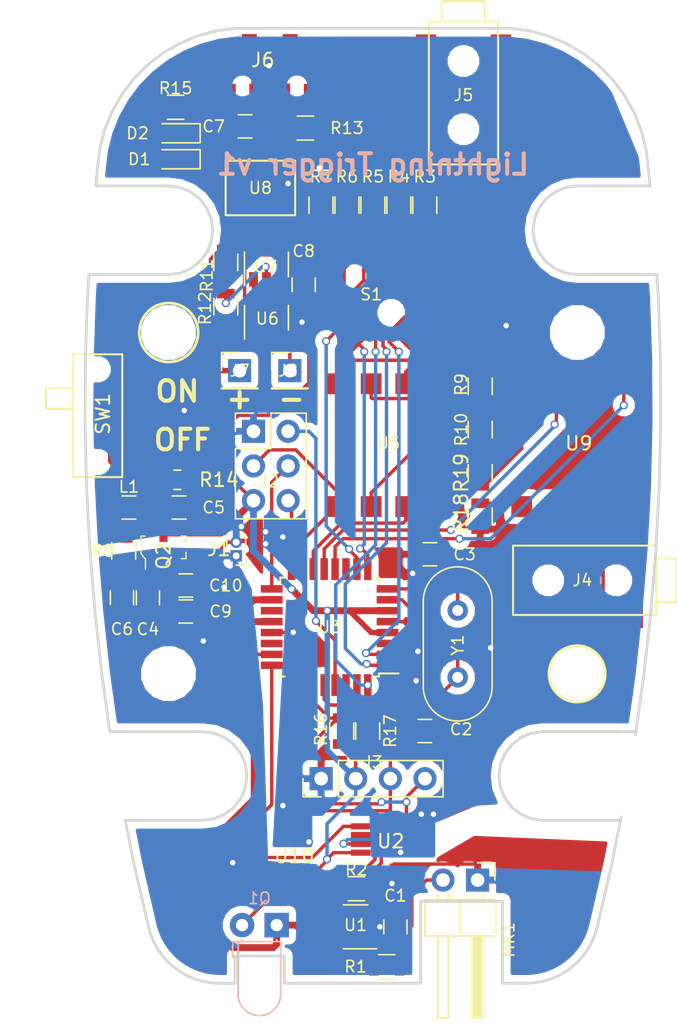
<source format=kicad_pcb>
(kicad_pcb (version 20171130) (host pcbnew "(5.0.2)-1")
  (layers (0 F.Cu signal) (31 B.Cu signal) (34 B.Paste user) (35 F.Paste user) (36 B.SilkS user) (37 F.SilkS user) (38 B.Mask user) (39 F.Mask user) (44 Edge.Cuts user))
  (net 0 "")
  (net 1 +BATT)
  (net 2 "Net-(C1-Pad1)")
  (net 3 "Net-(C2-Pad1)")
  (net 4 "Net-(D2-Pad1)")
  (net 5 SHUTTER)
  (net 6 FOCUS)
  (net 7 MICROPHONE_OUT)
  (net 8 LIGHT_OUT)
  (net 9 RST)
  (net 10 SCK)
  (net 11 MISO)
  (net 12 SCL)
  (net 13 SDA)
  (net 14 "Net-(J5-Pad3)")
  (net 15 "Net-(J5-Pad2)")
  (net 16 "Net-(J5-Pad4)")
  (net 17 "Net-(J5-Pad1)")
  (net 18 "Net-(J5-Pad5)")
  (net 19 "Net-(J5-Pad6)")
  (net 20 "Net-(J6-Pad2)")
  (net 21 "Net-(J6-Pad3)")
  (net 22 "Net-(J6-Pad4)")
  (net 23 -BAT)
  (net 24 "Net-(L1-Pad1)")
  (net 25 VDDA)
  (net 26 "Net-(R2-Pad2)")
  (net 27 LEFT)
  (net 28 CENTER)
  (net 29 DOWN)
  (net 30 UP)
  (net 31 RIGHT)
  (net 32 "Net-(R9-Pad1)")
  (net 33 "Net-(R10-Pad1)")
  (net 34 "Net-(R12-Pad2)")
  (net 35 "Net-(R13-Pad2)")
  (net 36 "Net-(U3-Pad11)")
  (net 37 "Net-(U3-Pad19)")
  (net 38 "Net-(U3-Pad22)")
  (net 39 "Net-(U3-Pad25)")
  (net 40 "Net-(U3-Pad26)")
  (net 41 "Net-(U3-Pad30)")
  (net 42 "Net-(U3-Pad31)")
  (net 43 "Net-(U6-Pad2)")
  (net 44 "Net-(U6-Pad4)")
  (net 45 "Net-(U6-Pad6)")
  (net 46 "Net-(U6-Pad5)")
  (net 47 "Net-(U7-Pad4)")
  (net 48 "Net-(C1-Pad2)")
  (net 49 "Net-(C3-Pad1)")
  (net 50 "Net-(C4-Pad1)")
  (net 51 "Net-(C7-Pad1)")
  (net 52 "Net-(C8-Pad1)")
  (net 53 "Net-(D1-Pad1)")
  (net 54 GNDD)
  (net 55 FOCUS2)
  (net 56 "Net-(J4-Pad3)")
  (net 57 "Net-(J4-Pad2)")
  (net 58 "Net-(J4-Pad4)")
  (net 59 "Net-(J4-Pad1)")
  (net 60 "Net-(J4-Pad5)")
  (net 61 "Net-(J4-Pad6)")
  (net 62 SHUTTER2)
  (net 63 "Net-(R18-Pad1)")
  (net 64 "Net-(R19-Pad1)")
  (net 65 "Net-(D1-Pad2)")
  (net 66 VIN)
  (net 67 "Net-(R14-Pad1)")
  (module digikey-footprints:SOT-23-3 (layer F.Cu) (at -15.367 3.048 90)
    (fp_text reference Q2 (at -0.635 0 90) (layer F.SilkS))
    (fp_text value BC846B_215)
    (pad 3 smd rect (at 1.05 0 90) (size 1.3 0.6) (layers F.Cu F.Paste F.Mask) (net 66 VIN))
    (pad 2 smd rect (at -1.05 0.95 90) (size 1.3 0.6) (layers F.Cu F.Paste F.Mask) (net 25 VDDA))
    (pad 1 smd rect (at -1.05 -0.95 90) (size 1.3 0.6) (layers F.Cu F.Paste F.Mask) (net 50 "Net-(C4-Pad1)"))
  )
  (module SOP:SOP-8 (layer F.Cu) (at -8.255 -23.295 270)
    (fp_text reference U8 (at 0 0) (layer F.SilkS) (effects (font (size 0.85 0.85) (thickness 0.125))))
    (fp_text value TP4056)
    (pad 5 smd rect (at 2.34 1.905 270) (size 1.78 0.72) (layers F.Cu F.Paste F.Mask) (net 1 +BATT))
    (pad 8 smd rect (at 2.34 -1.905 270) (size 1.78 0.72) (layers F.Cu F.Paste F.Mask) (net 51 "Net-(C7-Pad1)"))
    (pad 1 smd rect (at -2.34 -1.905 270) (size 1.78 0.72) (layers F.Cu F.Paste F.Mask) (net 54 GNDD))
    (pad 4 smd rect (at -2.34 1.905 270) (size 1.78 0.72) (layers F.Cu F.Paste F.Mask) (net 51 "Net-(C7-Pad1)"))
    (pad 3 smd rect (at -2.34 0.635 270) (size 1.78 0.72) (layers F.Cu F.Paste F.Mask) (net 54 GNDD))
    (pad 2 smd rect (at -2.34 -0.635 270) (size 1.78 0.72) (layers F.Cu F.Paste F.Mask) (net 35 "Net-(R13-Pad2)"))
    (pad 7 smd rect (at 2.34 -0.635 270) (size 1.78 0.72) (layers F.Cu F.Paste F.Mask) (net 4 "Net-(D2-Pad1)"))
    (pad 6 smd rect (at 2.34 0.635 270) (size 1.78 0.72) (layers F.Cu F.Paste F.Mask) (net 53 "Net-(D1-Pad1)"))
  )
  (module PJ-237-6A:PJ-237-6A (layer F.Cu) (at 6.648 -30.099)
    (fp_text reference J5 (at 0 0) (layer F.SilkS) (effects (font (size 0.85 0.85) (thickness 0.125))))
    (fp_text value PJ-237-6A)
    (pad "" np_thru_hole circle (at 0 2.5) (size 1.3 1.3) (drill 1.3) (layers *.Cu *.Mask))
    (pad "" np_thru_hole circle (at 0 -2.5) (size 1.3 1.3) (drill 1.3) (layers *.Cu *.Mask))
    (pad 6 smd rect (at 2.75 3.7) (size 1.5 1.5) (layers F.Cu F.Paste F.Mask) (net 19 "Net-(J5-Pad6)"))
    (pad 5 smd rect (at -2.75 3.7) (size 1.5 1.5) (layers F.Cu F.Paste F.Mask) (net 18 "Net-(J5-Pad5)"))
    (pad 1 smd rect (at 2.75 -3.7) (size 1.5 1.5) (layers F.Cu F.Paste F.Mask) (net 17 "Net-(J5-Pad1)"))
    (pad 4 smd rect (at -2.75 -3.7) (size 1.5 1.5) (layers F.Cu F.Paste F.Mask) (net 16 "Net-(J5-Pad4)"))
    (pad 2 smd rect (at -2.75 0) (size 1.5 1.5) (layers F.Cu F.Paste F.Mask) (net 15 "Net-(J5-Pad2)"))
    (pad 3 smd rect (at 2.75 0) (size 1.5 1.5) (layers F.Cu F.Paste F.Mask) (net 14 "Net-(J5-Pad3)"))
  )
  (module Mounting_Holes:MountingHole_3.5mm (layer F.Cu) (at -15 12.3)
    (fp_text reference "" (at 0 -4.5 90) (layer F.SilkS) (effects (font (size 0.85 0.85) (thickness 0.125))))
    (fp_text value MountingHole_3.5mm)
    (pad "" np_thru_hole circle (at 0 0) (size 3 3) (drill 3) (layers *.Cu *.Mask))
  )
  (module Pin_Headers:Pin_Header_Straight_1x01_Pitch2.54mm (layer F.Cu) (at -9.779 -9.906)
    (fp_text reference J7 (at 0 0) (layer F.SilkS) (effects (font (size 0.85 0.85) (thickness 0.125))))
    (fp_text value Conn_01x01)
    (pad 1 thru_hole rect (at 0 0) (size 1.7 1.7) (drill 1) (layers *.Cu *.Mask) (net 1 +BATT))
  )
  (module Pin_Headers:Pin_Header_Straight_1x01_Pitch2.54mm (layer F.Cu) (at -6.096 -9.906)
    (fp_text reference J8 (at -0.127 0) (layer F.SilkS) (effects (font (size 0.85 0.85) (thickness 0.125))))
    (fp_text value Conn_01x01)
    (pad 1 thru_hole rect (at 0 0) (size 1.7 1.7) (drill 1) (layers *.Cu *.Mask) (net 23 -BAT))
  )
  (module Mounting_Holes:MountingHole_3.5mm (layer F.Cu) (at -15 -12.7)
    (fp_text reference "" (at -12.178 -4.445) (layer F.SilkS) (effects (font (size 0.85 0.85) (thickness 0.125))))
    (fp_text value MountingHole_3.5mm)
    (pad "" np_thru_hole circle (at 0 0) (size 3 3) (drill 3) (layers *.Cu *.Mask))
  )
  (module Mounting_Holes:MountingHole_3.5mm (layer F.Cu) (at 15 -12.7)
    (fp_text reference "" (at 0 -4.5) (layer F.SilkS) (effects (font (size 0.85 0.85) (thickness 0.125))))
    (fp_text value MountingHole_3.5mm)
    (pad "" np_thru_hole circle (at 0 0) (size 3 3) (drill 3) (layers *.Cu *.Mask))
  )
  (module Mounting_Holes:MountingHole_3.5mm (layer F.Cu) (at 15 12.3)
    (fp_text reference "" (at 0 -4.5) (layer F.SilkS) (effects (font (size 0.85 0.85) (thickness 0.125))))
    (fp_text value MountingHole_3.5mm)
    (pad "" np_thru_hole circle (at 0 0) (size 3 3) (drill 3) (layers *.Cu *.Mask))
  )
  (module K1-5203UA-01:K1-5203UA-01 (layer F.Cu) (at 0 -15.494 225)
    (fp_text reference S1 (at 0.089803 0.089803) (layer F.SilkS) (effects (font (size 0.85 0.85) (thickness 0.125))))
    (fp_text value K1-5203UA-01)
    (pad 1 smd rect (at -3.3 -1.4 225) (size 1.4 1.1) (layers F.Cu F.Paste F.Mask) (net 27 LEFT))
    (pad 2 smd rect (at -3.299999 0 225) (size 1.4 1.1) (layers F.Cu F.Paste F.Mask) (net 28 CENTER))
    (pad 3 smd rect (at -3.3 1.4 225) (size 1.4 1.1) (layers F.Cu F.Paste F.Mask) (net 29 DOWN))
    (pad 4 smd rect (at 3.3 -1.4 225) (size 1.4 1.1) (layers F.Cu F.Paste F.Mask) (net 30 UP))
    (pad 5 smd rect (at 3.299999 0 225) (size 1.4 1.1) (layers F.Cu F.Paste F.Mask) (net 31 RIGHT))
    (pad 6 smd rect (at 3.3 1.4 225) (size 1.4 1.1) (layers F.Cu F.Paste F.Mask) (net 66 VIN))
    (pad "" smd rect (at 0 -4.049999 225) (size 2 1.8) (layers F.Cu F.Paste F.Mask))
    (pad "" smd rect (at 0 4.049999 225) (size 2 1.8) (layers F.Cu F.Paste F.Mask))
    (pad "" np_thru_hole circle (at 0 -1.9 225) (size 1 1) (drill 1) (layers *.Cu *.Mask))
    (pad "" np_thru_hole circle (at 0 1.9 225) (size 0.7 0.7) (drill 0.7) (layers *.Cu *.Mask))
  )
  (module Pin_Headers:Pin_Header_Angled_1x02_Pitch2.54mm (layer F.Cu) (at 7.6835 27.432 270)
    (fp_text reference MK1 (at 4.385 -2.27 270) (layer F.SilkS) (effects (font (size 0.85 0.85) (thickness 0.125))))
    (fp_text value Microphone)
    (pad 2 thru_hole oval (at 0 2.54 270) (size 1.7 1.7) (drill 1) (layers *.Cu *.Mask) (net 48 "Net-(C1-Pad2)"))
    (pad 1 thru_hole rect (at 0 0 270) (size 1.7 1.7) (drill 1) (layers *.Cu *.Mask) (net 54 GNDD))
  )
  (module Resistors_SMD:R_0805 (layer F.Cu) (at -10.795 -17.846 90)
    (fp_text reference R11 (at -0.955 -1.397 270) (layer F.SilkS) (effects (font (size 0.85 0.85) (thickness 0.125))))
    (fp_text value 100)
    (pad 1 smd rect (at -0.95 0 90) (size 0.7 1.3) (layers F.Cu F.Paste F.Mask) (net 52 "Net-(C8-Pad1)"))
    (pad 2 smd rect (at 0.95 0 90) (size 0.7 1.3) (layers F.Cu F.Paste F.Mask) (net 1 +BATT))
  )
  (module LEDs:LED_D3.0mm_Horizontal_O1.27mm_Z2.0mm (layer B.Cu) (at -7.0612 30.734 180)
    (fp_text reference Q1 (at 1.27 1.96 180) (layer B.SilkS) (effects (font (size 0.85 0.85) (thickness 0.125)) (justify mirror)))
    (fp_text value Q_Photo_NPN)
    (pad 2 thru_hole circle (at 2.54 0 180) (size 1.8 1.8) (drill 0.9) (layers *.Cu *.Mask) (net 8 LIGHT_OUT))
    (pad 1 thru_hole rect (at 0 0 180) (size 1.8 1.8) (drill 0.9) (layers *.Cu *.Mask) (net 25 VDDA))
  )
  (module Capacitors_SMD:C_0805 (layer F.Cu) (at 1.651 30.861 270)
    (fp_text reference C1 (at -2.286 0) (layer F.SilkS) (effects (font (size 0.85 0.85) (thickness 0.125))))
    (fp_text value 100nF)
    (pad 1 smd rect (at -1 0 270) (size 1 1.25) (layers F.Cu F.Paste F.Mask) (net 2 "Net-(C1-Pad1)"))
    (pad 2 smd rect (at 1 0 270) (size 1 1.25) (layers F.Cu F.Paste F.Mask) (net 48 "Net-(C1-Pad2)"))
  )
  (module Capacitors_SMD:C_0805 (layer F.Cu) (at 3.81 16.51 180)
    (fp_text reference C2 (at -2.667 0.127 180) (layer F.SilkS) (effects (font (size 0.85 0.85) (thickness 0.125))))
    (fp_text value 22pF)
    (pad 1 smd rect (at -1 0 180) (size 1 1.25) (layers F.Cu F.Paste F.Mask) (net 3 "Net-(C2-Pad1)"))
    (pad 2 smd rect (at 1 0 180) (size 1 1.25) (layers F.Cu F.Paste F.Mask) (net 54 GNDD))
  )
  (module LEDs:LED_0805 (layer F.Cu) (at -14.478 -25.4 180)
    (fp_text reference D1 (at 2.667 0) (layer F.SilkS) (effects (font (size 0.85 0.85) (thickness 0.125))))
    (fp_text value "Green LED")
    (pad 2 smd rect (at 1.1 0) (size 1.2 1.2) (layers F.Cu F.Paste F.Mask) (net 65 "Net-(D1-Pad2)"))
    (pad 1 smd rect (at -1.1 0) (size 1.2 1.2) (layers F.Cu F.Paste F.Mask) (net 53 "Net-(D1-Pad1)"))
  )
  (module LEDs:LED_0805 (layer F.Cu) (at -14.478 -27.305 180)
    (fp_text reference D2 (at 2.794 0) (layer F.SilkS) (effects (font (size 0.85 0.85) (thickness 0.125))))
    (fp_text value "Red LED")
    (pad 2 smd rect (at 1.1 0) (size 1.2 1.2) (layers F.Cu F.Paste F.Mask) (net 65 "Net-(D1-Pad2)"))
    (pad 1 smd rect (at -1.1 0) (size 1.2 1.2) (layers F.Cu F.Paste F.Mask) (net 4 "Net-(D2-Pad1)"))
  )
  (module Pin_Headers:Pin_Header_Straight_2x03_Pitch2.54mm (layer F.Cu) (at -8.763 -5.461)
    (fp_text reference J2 (at 1.143 3.683) (layer F.SilkS) (effects (font (size 0.85 0.85) (thickness 0.125))))
    (fp_text value Conn_02x03_Odd_Even)
    (pad 1 thru_hole rect (at 0 0) (size 1.7 1.7) (drill 1) (layers *.Cu *.Mask) (net 54 GNDD))
    (pad 2 thru_hole oval (at 2.54 0) (size 1.7 1.7) (drill 1) (layers *.Cu *.Mask) (net 9 RST))
    (pad 3 thru_hole oval (at 0 2.54) (size 1.7 1.7) (drill 1) (layers *.Cu *.Mask) (net 55 FOCUS2))
    (pad 4 thru_hole oval (at 2.54 2.54) (size 1.7 1.7) (drill 1) (layers *.Cu *.Mask) (net 10 SCK))
    (pad 5 thru_hole oval (at 0 5.08) (size 1.7 1.7) (drill 1) (layers *.Cu *.Mask) (net 66 VIN))
    (pad 6 thru_hole oval (at 2.54 5.08) (size 1.7 1.7) (drill 1) (layers *.Cu *.Mask) (net 11 MISO))
  )
  (module Pin_Headers:Pin_Header_Straight_1x04_Pitch2.54mm (layer F.Cu) (at -3.8 20 90)
    (fp_text reference J3 (at 1.204 3.8 180) (layer F.SilkS) (effects (font (size 0.85 0.85) (thickness 0.125))))
    (fp_text value Conn_01x04)
    (pad 1 thru_hole rect (at 0 0 90) (size 1.7 1.7) (drill 1) (layers *.Cu *.Mask) (net 54 GNDD))
    (pad 2 thru_hole oval (at 0 2.54 90) (size 1.7 1.7) (drill 1) (layers *.Cu *.Mask) (net 66 VIN))
    (pad 3 thru_hole oval (at 0 5.08 90) (size 1.7 1.7) (drill 1) (layers *.Cu *.Mask) (net 12 SCL))
    (pad 4 thru_hole oval (at 0 7.62 90) (size 1.7 1.7) (drill 1) (layers *.Cu *.Mask) (net 13 SDA))
  )
  (module Capacitors_SMD:C_0805 (layer F.Cu) (at -17.907 0.127)
    (fp_text reference L1 (at 0 -1.524 180) (layer F.SilkS) (effects (font (size 0.85 0.85) (thickness 0.125))))
    (fp_text value Ferrite_Bead)
    (pad 1 smd rect (at -1 0) (size 1 1.25) (layers F.Cu F.Paste F.Mask) (net 24 "Net-(L1-Pad1)"))
    (pad 2 smd rect (at 1 0) (size 1 1.25) (layers F.Cu F.Paste F.Mask) (net 66 VIN))
  )
  (module Resistors_SMD:R_0805 (layer F.Cu) (at 1.016 33.782 180)
    (fp_text reference R1 (at 2.286 0) (layer F.SilkS) (effects (font (size 0.85 0.85) (thickness 0.125))))
    (fp_text value 10k)
    (pad 1 smd rect (at -0.95 0 180) (size 0.7 1.3) (layers F.Cu F.Paste F.Mask) (net 48 "Net-(C1-Pad2)"))
    (pad 2 smd rect (at 0.95 0 180) (size 0.7 1.3) (layers F.Cu F.Paste F.Mask) (net 25 VDDA))
  )
  (module Resistors_SMD:R_0805 (layer F.Cu) (at -1.209 28.067 180)
    (fp_text reference R2 (at 0 1.397) (layer F.SilkS) (effects (font (size 0.85 0.85) (thickness 0.125))))
    (fp_text value 150)
    (pad 1 smd rect (at -0.95 0 180) (size 0.7 1.3) (layers F.Cu F.Paste F.Mask) (net 54 GNDD))
    (pad 2 smd rect (at 0.95 0 180) (size 0.7 1.3) (layers F.Cu F.Paste F.Mask) (net 26 "Net-(R2-Pad2)"))
  )
  (module Resistors_SMD:R_0805 (layer F.Cu) (at 3.81 -22.032 90)
    (fp_text reference R3 (at 2.098 0 -180) (layer F.SilkS) (effects (font (size 0.85 0.85) (thickness 0.125))))
    (fp_text value 150)
    (pad 1 smd rect (at -0.95 0 90) (size 0.7 1.3) (layers F.Cu F.Paste F.Mask) (net 27 LEFT))
    (pad 2 smd rect (at 0.95 0 90) (size 0.7 1.3) (layers F.Cu F.Paste F.Mask) (net 54 GNDD))
  )
  (module Resistors_SMD:R_0805 (layer F.Cu) (at 1.905 -22.032 90)
    (fp_text reference R4 (at 2.098 0 -180) (layer F.SilkS) (effects (font (size 0.85 0.85) (thickness 0.125))))
    (fp_text value 150)
    (pad 1 smd rect (at -0.95 0 90) (size 0.7 1.3) (layers F.Cu F.Paste F.Mask) (net 28 CENTER))
    (pad 2 smd rect (at 0.95 0 90) (size 0.7 1.3) (layers F.Cu F.Paste F.Mask) (net 54 GNDD))
  )
  (module Resistors_SMD:R_0805 (layer F.Cu) (at 0 -22.032 90)
    (fp_text reference R5 (at 2.098 0 -180) (layer F.SilkS) (effects (font (size 0.85 0.85) (thickness 0.125))))
    (fp_text value 150)
    (pad 1 smd rect (at -0.95 0 90) (size 0.7 1.3) (layers F.Cu F.Paste F.Mask) (net 29 DOWN))
    (pad 2 smd rect (at 0.95 0 90) (size 0.7 1.3) (layers F.Cu F.Paste F.Mask) (net 54 GNDD))
  )
  (module Resistors_SMD:R_0805 (layer F.Cu) (at -1.905 -22.032 90)
    (fp_text reference R6 (at 2.098 0 -180) (layer F.SilkS) (effects (font (size 0.85 0.85) (thickness 0.125))))
    (fp_text value 150)
    (pad 1 smd rect (at -0.95 0 90) (size 0.7 1.3) (layers F.Cu F.Paste F.Mask) (net 30 UP))
    (pad 2 smd rect (at 0.95 0 90) (size 0.7 1.3) (layers F.Cu F.Paste F.Mask) (net 54 GNDD))
  )
  (module Resistors_SMD:R_0805 (layer F.Cu) (at -3.81 -22.032 90)
    (fp_text reference R7 (at 2.098 0 -180) (layer F.SilkS) (effects (font (size 0.85 0.85) (thickness 0.125))))
    (fp_text value 150)
    (pad 1 smd rect (at -0.95 0 90) (size 0.7 1.3) (layers F.Cu F.Paste F.Mask) (net 31 RIGHT))
    (pad 2 smd rect (at 0.95 0 90) (size 0.7 1.3) (layers F.Cu F.Paste F.Mask) (net 54 GNDD))
  )
  (module Resistors_SMD:R_0805 (layer F.Cu) (at -18.288 3.302 90)
    (fp_text reference R8 (at 0 -1.524) (layer F.SilkS) (effects (font (size 0.85 0.85) (thickness 0.125))))
    (fp_text value 160k)
    (pad 1 smd rect (at -0.95 0 90) (size 0.7 1.3) (layers F.Cu F.Paste F.Mask) (net 50 "Net-(C4-Pad1)"))
    (pad 2 smd rect (at 0.95 0 90) (size 0.7 1.3) (layers F.Cu F.Paste F.Mask) (net 24 "Net-(L1-Pad1)"))
  )
  (module Resistors_SMD:R_0805 (layer F.Cu) (at -10.795 -14.605 90)
    (fp_text reference R12 (at -0.127 -1.524 270) (layer F.SilkS) (effects (font (size 0.85 0.85) (thickness 0.125))))
    (fp_text value 2k)
    (pad 1 smd rect (at -0.95 0 90) (size 0.7 1.3) (layers F.Cu F.Paste F.Mask) (net 23 -BAT))
    (pad 2 smd rect (at 0.95 0 90) (size 0.7 1.3) (layers F.Cu F.Paste F.Mask) (net 34 "Net-(R12-Pad2)"))
  )
  (module Resistors_SMD:R_0805 (layer F.Cu) (at -4.953 -27.686 180)
    (fp_text reference R13 (at -3.048 0) (layer F.SilkS) (effects (font (size 0.85 0.85) (thickness 0.125))))
    (fp_text value 1k)
    (pad 1 smd rect (at -0.95 0 180) (size 0.7 1.3) (layers F.Cu F.Paste F.Mask) (net 54 GNDD))
    (pad 2 smd rect (at 0.95 0 180) (size 0.7 1.3) (layers F.Cu F.Paste F.Mask) (net 35 "Net-(R13-Pad2)"))
  )
  (module TO_SOT_Packages_SMD:SOT-23-5 (layer F.Cu) (at -1.27 30.861 180)
    (fp_text reference U1 (at 0 0.127 180) (layer F.SilkS) (effects (font (size 0.85 0.85) (thickness 0.125))))
    (fp_text value MCP6001)
    (pad 1 smd rect (at -1.1 -0.95 180) (size 1.06 0.65) (layers F.Cu F.Paste F.Mask) (net 7 MICROPHONE_OUT))
    (pad 2 smd rect (at -1.1 0 180) (size 1.06 0.65) (layers F.Cu F.Paste F.Mask) (net 54 GNDD))
    (pad 3 smd rect (at -1.1 0.95 180) (size 1.06 0.65) (layers F.Cu F.Paste F.Mask) (net 2 "Net-(C1-Pad1)"))
    (pad 4 smd rect (at 1.1 0.95 180) (size 1.06 0.65) (layers F.Cu F.Paste F.Mask) (net 26 "Net-(R2-Pad2)"))
    (pad 5 smd rect (at 1.1 -0.95 180) (size 1.06 0.65) (layers F.Cu F.Paste F.Mask) (net 25 VDDA))
  )
  (module Housings_QFP:TQFP-32_7x7mm_Pitch0.8mm (layer F.Cu) (at -3.175 8.89 180)
    (fp_text reference U3 (at 0 0 180) (layer F.SilkS) (effects (font (size 0.85 0.85) (thickness 0.125))))
    (fp_text value ATMEGA328P-AU)
    (pad 1 smd rect (at -4.25 -2.8 180) (size 1.6 0.55) (layers F.Cu F.Paste F.Mask) (net 28 CENTER))
    (pad 2 smd rect (at -4.25 -2 180) (size 1.6 0.55) (layers F.Cu F.Paste F.Mask) (net 27 LEFT))
    (pad 3 smd rect (at -4.25 -1.2 180) (size 1.6 0.55) (layers F.Cu F.Paste F.Mask) (net 54 GNDD))
    (pad 4 smd rect (at -4.25 -0.4 180) (size 1.6 0.55) (layers F.Cu F.Paste F.Mask) (net 66 VIN))
    (pad 5 smd rect (at -4.25 0.4 180) (size 1.6 0.55) (layers F.Cu F.Paste F.Mask) (net 54 GNDD))
    (pad 6 smd rect (at -4.25 1.2 180) (size 1.6 0.55) (layers F.Cu F.Paste F.Mask) (net 66 VIN))
    (pad 7 smd rect (at -4.25 2 180) (size 1.6 0.55) (layers F.Cu F.Paste F.Mask) (net 3 "Net-(C2-Pad1)"))
    (pad 8 smd rect (at -4.25 2.8 180) (size 1.6 0.55) (layers F.Cu F.Paste F.Mask) (net 49 "Net-(C3-Pad1)"))
    (pad 9 smd rect (at -2.8 4.25 270) (size 1.6 0.55) (layers F.Cu F.Paste F.Mask) (net 30 UP))
    (pad 10 smd rect (at -2 4.25 270) (size 1.6 0.55) (layers F.Cu F.Paste F.Mask) (net 31 RIGHT))
    (pad 11 smd rect (at -1.2 4.25 270) (size 1.6 0.55) (layers F.Cu F.Paste F.Mask) (net 36 "Net-(U3-Pad11)"))
    (pad 12 smd rect (at -0.4 4.25 270) (size 1.6 0.55) (layers F.Cu F.Paste F.Mask) (net 5 SHUTTER))
    (pad 13 smd rect (at 0.4 4.25 270) (size 1.6 0.55) (layers F.Cu F.Paste F.Mask) (net 6 FOCUS))
    (pad 14 smd rect (at 1.2 4.25 270) (size 1.6 0.55) (layers F.Cu F.Paste F.Mask) (net 62 SHUTTER2))
    (pad 15 smd rect (at 2 4.25 270) (size 1.6 0.55) (layers F.Cu F.Paste F.Mask) (net 55 FOCUS2))
    (pad 16 smd rect (at 2.8 4.25 270) (size 1.6 0.55) (layers F.Cu F.Paste F.Mask) (net 11 MISO))
    (pad 17 smd rect (at 4.25 2.8 180) (size 1.6 0.55) (layers F.Cu F.Paste F.Mask) (net 10 SCK))
    (pad 18 smd rect (at 4.25 2 180) (size 1.6 0.55) (layers F.Cu F.Paste F.Mask) (net 25 VDDA))
    (pad 19 smd rect (at 4.25 1.2 180) (size 1.6 0.55) (layers F.Cu F.Paste F.Mask) (net 37 "Net-(U3-Pad19)"))
    (pad 20 smd rect (at 4.25 0.4 180) (size 1.6 0.55) (layers F.Cu F.Paste F.Mask) (net 25 VDDA))
    (pad 21 smd rect (at 4.25 -0.4 180) (size 1.6 0.55) (layers F.Cu F.Paste F.Mask) (net 54 GNDD))
    (pad 22 smd rect (at 4.25 -1.2 180) (size 1.6 0.55) (layers F.Cu F.Paste F.Mask) (net 38 "Net-(U3-Pad22)"))
    (pad 23 smd rect (at 4.25 -2 180) (size 1.6 0.55) (layers F.Cu F.Paste F.Mask) (net 8 LIGHT_OUT))
    (pad 24 smd rect (at 4.25 -2.8 180) (size 1.6 0.55) (layers F.Cu F.Paste F.Mask) (net 7 MICROPHONE_OUT))
    (pad 25 smd rect (at 2.8 -4.25 270) (size 1.6 0.55) (layers F.Cu F.Paste F.Mask) (net 39 "Net-(U3-Pad25)"))
    (pad 26 smd rect (at 2 -4.25 270) (size 1.6 0.55) (layers F.Cu F.Paste F.Mask) (net 40 "Net-(U3-Pad26)"))
    (pad 27 smd rect (at 1.2 -4.25 270) (size 1.6 0.55) (layers F.Cu F.Paste F.Mask) (net 13 SDA))
    (pad 28 smd rect (at 0.4 -4.25 270) (size 1.6 0.55) (layers F.Cu F.Paste F.Mask) (net 12 SCL))
    (pad 29 smd rect (at -0.4 -4.25 270) (size 1.6 0.55) (layers F.Cu F.Paste F.Mask) (net 9 RST))
    (pad 30 smd rect (at -1.2 -4.25 270) (size 1.6 0.55) (layers F.Cu F.Paste F.Mask) (net 41 "Net-(U3-Pad30)"))
    (pad 31 smd rect (at -2 -4.25 270) (size 1.6 0.55) (layers F.Cu F.Paste F.Mask) (net 42 "Net-(U3-Pad31)"))
    (pad 32 smd rect (at -2.8 -4.25 270) (size 1.6 0.55) (layers F.Cu F.Paste F.Mask) (net 29 DOWN))
  )
  (module LTV-827S-TA1:LTV-827S-TA1 (layer F.Cu) (at 1.143 -4.445 90)
    (fp_text reference U5 (at 0.127 0 180) (layer F.SilkS) (effects (font (size 0.85 0.85) (thickness 0.125))))
    (fp_text value LTV-827S)
    (pad 8 smd rect (at 4.5 -3.81 90) (size 1.524 1.524) (layers F.Cu F.Paste F.Mask) (net 16 "Net-(J5-Pad4)"))
    (pad 7 smd rect (at 4.5 -1.27 90) (size 1.524 1.524) (layers F.Cu F.Paste F.Mask) (net 17 "Net-(J5-Pad1)"))
    (pad 6 smd rect (at 4.5 1.27 90) (size 1.524 1.524) (layers F.Cu F.Paste F.Mask) (net 15 "Net-(J5-Pad2)"))
    (pad 5 smd rect (at 4.5 3.81 90) (size 1.524 1.524) (layers F.Cu F.Paste F.Mask) (net 17 "Net-(J5-Pad1)"))
    (pad 4 smd rect (at -4.5 3.81 90) (size 1.524 1.524) (layers F.Cu F.Paste F.Mask) (net 33 "Net-(R10-Pad1)"))
    (pad 3 smd rect (at -4.5 1.27 90) (size 1.524 1.524) (layers F.Cu F.Paste F.Mask) (net 62 SHUTTER2))
    (pad 2 smd rect (at -4.5 -1.27 90) (size 1.524 1.524) (layers F.Cu F.Paste F.Mask) (net 32 "Net-(R9-Pad1)"))
    (pad 1 smd rect (at -4.5 -3.81 90) (size 1.524 1.524) (layers F.Cu F.Paste F.Mask) (net 55 FOCUS2))
  )
  (module TO_SOT_Packages_SMD:SOT-23-6 (layer F.Cu) (at -7.8105 -13.7795 90)
    (fp_text reference U6 (at -0.0635 0.0635 180) (layer F.SilkS) (effects (font (size 0.85 0.85) (thickness 0.125))))
    (fp_text value FS8205)
    (pad 1 smd rect (at -1.1 -0.95 90) (size 1.06 0.65) (layers F.Cu F.Paste F.Mask) (net 23 -BAT))
    (pad 2 smd rect (at -1.1 0 90) (size 1.06 0.65) (layers F.Cu F.Paste F.Mask) (net 43 "Net-(U6-Pad2)"))
    (pad 3 smd rect (at -1.1 0.95 90) (size 1.06 0.65) (layers F.Cu F.Paste F.Mask) (net 54 GNDD))
    (pad 4 smd rect (at 1.1 0.95 90) (size 1.06 0.65) (layers F.Cu F.Paste F.Mask) (net 44 "Net-(U6-Pad4)"))
    (pad 6 smd rect (at 1.1 -0.95 90) (size 1.06 0.65) (layers F.Cu F.Paste F.Mask) (net 45 "Net-(U6-Pad6)"))
    (pad 5 smd rect (at 1.1 0 90) (size 1.06 0.65) (layers F.Cu F.Paste F.Mask) (net 46 "Net-(U6-Pad5)"))
  )
  (module TO_SOT_Packages_SMD:SOT-23-6 (layer F.Cu) (at -7.813 -17.696 90)
    (fp_text reference U7 (at -0.17 -0.061 180) (layer F.SilkS) (effects (font (size 0.85 0.85) (thickness 0.125))))
    (fp_text value FS312F-G)
    (pad 1 smd rect (at -1.1 -0.95 90) (size 1.06 0.65) (layers F.Cu F.Paste F.Mask) (net 45 "Net-(U6-Pad6)"))
    (pad 2 smd rect (at -1.1 0 90) (size 1.06 0.65) (layers F.Cu F.Paste F.Mask) (net 34 "Net-(R12-Pad2)"))
    (pad 3 smd rect (at -1.1 0.95 90) (size 1.06 0.65) (layers F.Cu F.Paste F.Mask) (net 44 "Net-(U6-Pad4)"))
    (pad 4 smd rect (at 1.1 0.95 90) (size 1.06 0.65) (layers F.Cu F.Paste F.Mask) (net 47 "Net-(U7-Pad4)"))
    (pad 6 smd rect (at 1.1 -0.95 90) (size 1.06 0.65) (layers F.Cu F.Paste F.Mask) (net 23 -BAT))
    (pad 5 smd rect (at 1.1 0 90) (size 1.06 0.65) (layers F.Cu F.Paste F.Mask) (net 52 "Net-(C8-Pad1)"))
  )
  (module Crystals:Crystal_HC18-U_Vertical (layer F.Cu) (at 6.223 12.573 90)
    (fp_text reference Y1 (at 2.36 0 90) (layer F.SilkS) (effects (font (size 0.85 0.85) (thickness 0.125))))
    (fp_text value Crystal)
    (pad 1 thru_hole circle (at 0 0 90) (size 1.5 1.5) (drill 0.8) (layers *.Cu *.Mask) (net 3 "Net-(C2-Pad1)"))
    (pad 2 thru_hole circle (at 4.9 0 90) (size 1.5 1.5) (drill 0.8) (layers *.Cu *.Mask) (net 49 "Net-(C3-Pad1)"))
  )
  (module Capacitors_SMD:C_0805 (layer F.Cu) (at -16.51 6.747 270)
    (fp_text reference C4 (at 2.302 0) (layer F.SilkS) (effects (font (size 0.85 0.85) (thickness 0.125))))
    (fp_text value 1nF)
    (pad 1 smd rect (at -1 0 270) (size 1 1.25) (layers F.Cu F.Paste F.Mask) (net 50 "Net-(C4-Pad1)"))
    (pad 2 smd rect (at 1 0 270) (size 1 1.25) (layers F.Cu F.Paste F.Mask) (net 54 GNDD))
  )
  (module Capacitors_SMD:C_0805 (layer F.Cu) (at -14.224 0.127)
    (fp_text reference C5 (at 2.54 0 -180) (layer F.SilkS) (effects (font (size 0.85 0.85) (thickness 0.125))))
    (fp_text value C)
    (pad 1 smd rect (at -1 0) (size 1 1.25) (layers F.Cu F.Paste F.Mask) (net 66 VIN))
    (pad 2 smd rect (at 1 0) (size 1 1.25) (layers F.Cu F.Paste F.Mask) (net 54 GNDD))
  )
  (module Capacitors_SMD:C_0805 (layer F.Cu) (at -18.415 6.731 270)
    (fp_text reference C6 (at 2.302 0) (layer F.SilkS) (effects (font (size 0.85 0.85) (thickness 0.125))))
    (fp_text value 100nF)
    (pad 1 smd rect (at -1 0 270) (size 1 1.25) (layers F.Cu F.Paste F.Mask) (net 50 "Net-(C4-Pad1)"))
    (pad 2 smd rect (at 1 0 270) (size 1 1.25) (layers F.Cu F.Paste F.Mask) (net 54 GNDD))
  )
  (module Capacitors_SMD:C_0805 (layer F.Cu) (at -9.382 -27.813 180)
    (fp_text reference C7 (at 2.302 0) (layer F.SilkS) (effects (font (size 0.85 0.85) (thickness 0.125))))
    (fp_text value 100nF)
    (pad 1 smd rect (at -1 0 180) (size 1 1.25) (layers F.Cu F.Paste F.Mask) (net 51 "Net-(C7-Pad1)"))
    (pad 2 smd rect (at 1 0 180) (size 1 1.25) (layers F.Cu F.Paste F.Mask) (net 54 GNDD))
  )
  (module Capacitors_SMD:C_0805 (layer F.Cu) (at -5.08 -16.2052 270)
    (fp_text reference C8 (at -2.4638 0) (layer F.SilkS) (effects (font (size 0.85 0.85) (thickness 0.125))))
    (fp_text value 100nF)
    (pad 1 smd rect (at -1 0 270) (size 1 1.25) (layers F.Cu F.Paste F.Mask) (net 52 "Net-(C8-Pad1)"))
    (pad 2 smd rect (at 1 0 270) (size 1 1.25) (layers F.Cu F.Paste F.Mask) (net 54 GNDD))
  )
  (module Resistors_SMD:R_0805 (layer F.Cu) (at -14.478 -29.21 180)
    (fp_text reference R15 (at 0 1.397 180) (layer F.SilkS) (effects (font (size 0.85 0.85) (thickness 0.125))))
    (fp_text value 1k)
    (pad 1 smd rect (at -0.95 0 180) (size 0.7 1.3) (layers F.Cu F.Paste F.Mask) (net 51 "Net-(C7-Pad1)"))
    (pad 2 smd rect (at 0.95 0 180) (size 0.7 1.3) (layers F.Cu F.Paste F.Mask) (net 65 "Net-(D1-Pad2)"))
  )
  (module Resistors_SMD:R_0805 (layer F.Cu) (at -2.286 16.51 90)
    (fp_text reference R16 (at 0.127 -1.524 270) (layer F.SilkS) (effects (font (size 0.85 0.85) (thickness 0.125))))
    (fp_text value 150)
    (pad 1 smd rect (at -0.95 0 90) (size 0.7 1.3) (layers F.Cu F.Paste F.Mask) (net 66 VIN))
    (pad 2 smd rect (at 0.95 0 90) (size 0.7 1.3) (layers F.Cu F.Paste F.Mask) (net 13 SDA))
  )
  (module Resistors_SMD:R_0805 (layer F.Cu) (at -0.381 16.51 90)
    (fp_text reference R17 (at 0 1.651 270) (layer F.SilkS) (effects (font (size 0.85 0.85) (thickness 0.125))))
    (fp_text value 150)
    (pad 2 smd rect (at 0.95 0 90) (size 0.7 1.3) (layers F.Cu F.Paste F.Mask) (net 12 SCL))
    (pad 1 smd rect (at -0.95 0 90) (size 0.7 1.3) (layers F.Cu F.Paste F.Mask) (net 66 VIN))
  )
  (module Capacitors_SMD:C_0805 (layer F.Cu) (at 4.191 3.556 180)
    (fp_text reference C3 (at -2.54 0 180) (layer F.SilkS) (effects (font (size 0.85 0.85) (thickness 0.125))))
    (fp_text value 22pF)
    (pad 2 smd rect (at 1 0 180) (size 1 1.25) (layers F.Cu F.Paste F.Mask) (net 54 GNDD))
    (pad 1 smd rect (at -1 0 180) (size 1 1.25) (layers F.Cu F.Paste F.Mask) (net 49 "Net-(C3-Pad1)"))
  )
  (module Resistors_SMD:R_0805 (layer F.Cu) (at 7.874 -8.763 90)
    (fp_text reference R9 (at 0.127 -1.397 90) (layer F.SilkS) (effects (font (size 0.85 0.85) (thickness 0.125))))
    (fp_text value 150)
    (pad 1 smd rect (at -0.95 0 90) (size 0.7 1.3) (layers F.Cu F.Paste F.Mask) (net 32 "Net-(R9-Pad1)"))
    (pad 2 smd rect (at 0.95 0 90) (size 0.7 1.3) (layers F.Cu F.Paste F.Mask) (net 54 GNDD))
  )
  (module Resistors_SMD:R_0805 (layer F.Cu) (at 7.874 -5.588 270)
    (fp_text reference R10 (at 0 1.397 90) (layer F.SilkS) (effects (font (size 0.85 0.85) (thickness 0.125))))
    (fp_text value 150)
    (pad 2 smd rect (at 0.95 0 270) (size 0.7 1.3) (layers F.Cu F.Paste F.Mask) (net 54 GNDD))
    (pad 1 smd rect (at -0.95 0 270) (size 0.7 1.3) (layers F.Cu F.Paste F.Mask) (net 33 "Net-(R10-Pad1)"))
  )
  (module Capacitors_SMD:C_0805 (layer F.Cu) (at -13.732 7.747 180)
    (fp_text reference C9 (at -2.556 0) (layer F.SilkS) (effects (font (size 0.85 0.85) (thickness 0.125))))
    (fp_text value 100nF)
    (pad 1 smd rect (at -1 0 180) (size 1 1.25) (layers F.Cu F.Paste F.Mask) (net 25 VDDA))
    (pad 2 smd rect (at 1 0 180) (size 1 1.25) (layers F.Cu F.Paste F.Mask) (net 54 GNDD))
  )
  (module Capacitors_SMD:C_0805 (layer F.Cu) (at -13.732 5.842 180)
    (fp_text reference C10 (at -2.937 0) (layer F.SilkS) (effects (font (size 0.85 0.85) (thickness 0.125))))
    (fp_text value 1nF)
    (pad 1 smd rect (at -1 0 180) (size 1 1.25) (layers F.Cu F.Paste F.Mask) (net 25 VDDA))
    (pad 2 smd rect (at 1 0 180) (size 1 1.25) (layers F.Cu F.Paste F.Mask) (net 54 GNDD))
  )
  (module Connector_PinHeader_1.00mm:PinHeader_1x02_P1.00mm_Vertical (layer F.Cu) (at -10.033 3.667 180)
    (fp_text reference J1 (at 1.27 0.492 180) (layer F.SilkS))
    (fp_text value Conn_01x02)
    (pad 1 thru_hole rect (at 0 0 180) (size 0.85 0.85) (drill 0.5) (layers *.Cu *.Mask) (net 54 GNDD))
    (pad 2 thru_hole oval (at 0 1 180) (size 0.85 0.85) (drill 0.5) (layers *.Cu *.Mask) (net 54 GNDD))
  )
  (module PJ-237-6A:PJ-237-6A (layer F.Cu) (at 15.367 5.461 270)
    (fp_text reference J4 (at 0 0) (layer F.SilkS) (effects (font (size 0.85 0.85) (thickness 0.125))))
    (fp_text value PJ-237-6A)
    (pad 3 smd rect (at 2.75 0 270) (size 1.5 1.5) (layers F.Cu F.Paste F.Mask) (net 56 "Net-(J4-Pad3)"))
    (pad 2 smd rect (at -2.75 0 270) (size 1.5 1.5) (layers F.Cu F.Paste F.Mask) (net 57 "Net-(J4-Pad2)"))
    (pad 4 smd rect (at -2.75 -3.7 270) (size 1.5 1.5) (layers F.Cu F.Paste F.Mask) (net 58 "Net-(J4-Pad4)"))
    (pad 1 smd rect (at 2.75 -3.7 270) (size 1.5 1.5) (layers F.Cu F.Paste F.Mask) (net 59 "Net-(J4-Pad1)"))
    (pad 5 smd rect (at -2.75 3.7 270) (size 1.5 1.5) (layers F.Cu F.Paste F.Mask) (net 60 "Net-(J4-Pad5)"))
    (pad 6 smd rect (at 2.75 3.7 270) (size 1.5 1.5) (layers F.Cu F.Paste F.Mask) (net 61 "Net-(J4-Pad6)"))
    (pad "" np_thru_hole circle (at 0 -2.5 270) (size 1.3 1.3) (drill 1.3) (layers *.Cu *.Mask))
    (pad "" np_thru_hole circle (at 0 2.5 270) (size 1.3 1.3) (drill 1.3) (layers *.Cu *.Mask))
  )
  (module Resistors_SMD:R_0805 (layer F.Cu) (at 7.874 0.762 270)
    (fp_text reference R18 (at -0.254 1.397 270) (layer F.SilkS))
    (fp_text value 150)
    (pad 1 smd rect (at -0.95 0 270) (size 0.7 1.3) (layers F.Cu F.Paste F.Mask) (net 63 "Net-(R18-Pad1)"))
    (pad 2 smd rect (at 0.95 0 270) (size 0.7 1.3) (layers F.Cu F.Paste F.Mask) (net 54 GNDD))
  )
  (module Resistors_SMD:R_0805 (layer F.Cu) (at 7.874 -2.413 90)
    (fp_text reference R19 (at 0 -1.397 90) (layer F.SilkS))
    (fp_text value 150)
    (pad 2 smd rect (at 0.95 0 90) (size 0.7 1.3) (layers F.Cu F.Paste F.Mask) (net 54 GNDD))
    (pad 1 smd rect (at -0.95 0 90) (size 0.7 1.3) (layers F.Cu F.Paste F.Mask) (net 64 "Net-(R19-Pad1)"))
  )
  (module LTV-827S-TA1:LTV-827S-TA1 (layer F.Cu) (at 14.732 -4.445 270)
    (fp_text reference U9 (at -0.127 -0.381) (layer F.SilkS))
    (fp_text value LTV-827S)
    (pad 1 smd rect (at -4.5 -3.81 270) (size 1.524 1.524) (layers F.Cu F.Paste F.Mask) (net 5 SHUTTER))
    (pad 2 smd rect (at -4.5 -1.27 270) (size 1.524 1.524) (layers F.Cu F.Paste F.Mask) (net 63 "Net-(R18-Pad1)"))
    (pad 3 smd rect (at -4.5 1.27 270) (size 1.524 1.524) (layers F.Cu F.Paste F.Mask) (net 6 FOCUS))
    (pad 4 smd rect (at -4.5 3.81 270) (size 1.524 1.524) (layers F.Cu F.Paste F.Mask) (net 64 "Net-(R19-Pad1)"))
    (pad 5 smd rect (at 4.5 3.81 270) (size 1.524 1.524) (layers F.Cu F.Paste F.Mask) (net 59 "Net-(J4-Pad1)"))
    (pad 6 smd rect (at 4.5 1.27 270) (size 1.524 1.524) (layers F.Cu F.Paste F.Mask) (net 57 "Net-(J4-Pad2)"))
    (pad 7 smd rect (at 4.5 -1.27 270) (size 1.524 1.524) (layers F.Cu F.Paste F.Mask) (net 59 "Net-(J4-Pad1)"))
    (pad 8 smd rect (at 4.5 -3.81 270) (size 1.524 1.524) (layers F.Cu F.Paste F.Mask) (net 58 "Net-(J4-Pad4)"))
  )
  (module USB_Micro:USB_Micro_C77238 (layer F.Cu) (at -7.568 -32.926 180)
    (fp_text reference J6 (at 0.508 -0.254 180) (layer F.SilkS))
    (fp_text value USB_OTG)
    (pad "" smd rect (at -1.5 1.15 180) (size 1.1 1) (layers F.Cu F.Paste F.Mask))
    (pad "" smd rect (at 1.5 1.15 180) (size 1.1 1) (layers F.Cu F.Paste F.Mask))
    (pad "" np_thru_hole circle (at 2 -2.15 180) (size 0.5 0.5) (drill 0.5) (layers *.Cu *.Mask))
    (pad "" np_thru_hole circle (at -2 -2.15 180) (size 0.5 0.5) (drill 0.5) (layers *.Cu *.Mask))
    (pad "" smd rect (at 3.25 -2.7 180) (size 1.5 1.4) (layers F.Cu F.Paste F.Mask))
    (pad "" smd rect (at -3.25 -2.7 180) (size 1.5 1.4) (layers F.Cu F.Paste F.Mask))
    (pad "" smd rect (at 4.075 0 180) (size 1.35 1.5) (layers F.Cu F.Paste F.Mask))
    (pad "" smd rect (at -4.075 0 180) (size 1.35 1.5) (layers F.Cu F.Paste F.Mask))
    (pad 5 smd rect (at 1.3 -2.87 180) (size 0.4 1.8) (layers F.Cu F.Paste F.Mask) (net 54 GNDD))
    (pad 4 smd rect (at 0.65 -2.87 180) (size 0.4 1.8) (layers F.Cu F.Paste F.Mask) (net 22 "Net-(J6-Pad4)"))
    (pad 3 smd rect (at 0 -2.87 180) (size 0.4 1.8) (layers F.Cu F.Paste F.Mask) (net 21 "Net-(J6-Pad3)"))
    (pad 2 smd rect (at -0.65 -2.87 180) (size 0.4 1.8) (layers F.Cu F.Paste F.Mask) (net 20 "Net-(J6-Pad2)"))
    (pad 1 smd rect (at -1.3 -2.87 180) (size 0.4 1.8) (layers F.Cu F.Paste F.Mask) (net 51 "Net-(C7-Pad1)"))
  )
  (module SOP:8-MSOP (layer F.Cu) (at 1.311 24.46 180)
    (fp_text reference U2 (at 0 -0.127 180) (layer F.SilkS))
    (fp_text value MCP4532)
    (pad 1 smd rect (at -2.2 -0.965 180) (size 1.45 0.45) (layers F.Cu F.Paste F.Mask) (net 54 GNDD))
    (pad 2 smd rect (at -2.2 -0.325 180) (size 1.45 0.45) (layers F.Cu F.Paste F.Mask) (net 12 SCL))
    (pad 3 smd rect (at -2.2 0.328 180) (size 1.45 0.45) (layers F.Cu F.Paste F.Mask) (net 13 SDA))
    (pad 4 smd rect (at -2.2 0.965 180) (size 1.45 0.45) (layers F.Cu F.Paste F.Mask) (net 54 GNDD))
    (pad 5 smd rect (at 2.2 0.965 180) (size 1.45 0.45) (layers F.Cu F.Paste F.Mask) (net 7 MICROPHONE_OUT))
    (pad 6 smd rect (at 2.2 0.325 180) (size 1.45 0.45) (layers F.Cu F.Paste F.Mask) (net 26 "Net-(R2-Pad2)"))
    (pad 7 smd rect (at 2.2 -0.325 180) (size 1.45 0.45) (layers F.Cu F.Paste F.Mask) (net 54 GNDD))
    (pad 8 smd rect (at 2.2 -0.965 180) (size 1.45 0.45) (layers F.Cu F.Paste F.Mask) (net 66 VIN))
  )
  (module SOP:8-MSOP (layer F.Cu) (at -5.715 25.6765 270)
    (fp_text reference U10 (at 0 0.051) (layer F.SilkS))
    (fp_text value MCP4532)
    (pad 8 smd rect (at 2.2 -0.965 270) (size 1.45 0.45) (layers F.Cu F.Paste F.Mask) (net 66 VIN))
    (pad 7 smd rect (at 2.2 -0.325 270) (size 1.45 0.45) (layers F.Cu F.Paste F.Mask) (net 66 VIN))
    (pad 6 smd rect (at 2.2 0.325 270) (size 1.45 0.45) (layers F.Cu F.Paste F.Mask) (net 8 LIGHT_OUT))
    (pad 5 smd rect (at 2.2 0.965 270) (size 1.45 0.45) (layers F.Cu F.Paste F.Mask) (net 54 GNDD))
    (pad 4 smd rect (at -2.2 0.965 270) (size 1.45 0.45) (layers F.Cu F.Paste F.Mask) (net 54 GNDD))
    (pad 3 smd rect (at -2.2 0.328 270) (size 1.45 0.45) (layers F.Cu F.Paste F.Mask) (net 13 SDA))
    (pad 2 smd rect (at -2.2 -0.325 270) (size 1.45 0.45) (layers F.Cu F.Paste F.Mask) (net 12 SCL))
    (pad 1 smd rect (at -2.2 -0.965 270) (size 1.45 0.45) (layers F.Cu F.Paste F.Mask) (net 54 GNDD))
  )
  (module Resistor_SMD:R_0805_2012Metric (layer F.Cu) (at -14.351 -1.905)
    (fp_text reference R14 (at 3.048 0) (layer F.SilkS))
    (fp_text value 1k)
    (pad 1 smd roundrect (at -0.9375 0) (size 0.975 1.4) (layers F.Cu F.Paste F.Mask) (net 67 "Net-(R14-Pad1)"))
    (pad 2 smd roundrect (at 0.9375 0) (size 0.975 1.4) (layers F.Cu F.Paste F.Mask) (net 54 GNDD))
  )
  (module Switches:JS102011SAQN (layer F.Cu) (at -20.193 -6.604 270)
    (fp_text reference SW1 (at -0.127 -0.381 270) (layer F.SilkS))
    (fp_text value SW_SPDT)
    (pad 1 smd rect (at -2.5 -2.75 270) (size 1.2 2.5) (layers F.Cu F.Paste F.Mask) (net 1 +BATT))
    (pad 2 smd rect (at 0 -2.75 270) (size 1.2 2.5) (layers F.Cu F.Paste F.Mask) (net 66 VIN))
    (pad 3 smd rect (at 2.5 -2.75 270) (size 1.2 2.5) (layers F.Cu F.Paste F.Mask) (net 67 "Net-(R14-Pad1)"))
    (pad "" np_thru_hole circle (at -3.4 0 270) (size 0.9 0.9) (drill 0.9) (layers *.Cu *.Mask))
    (pad "" np_thru_hole circle (at 3.4 0 270) (size 0.9 0.9) (drill 0.9) (layers *.Cu *.Mask))
  )
  (gr_text "Lightning Trigger v1" (at 0 -25.019) (layer B.SilkS) (effects (font (size 1.5 1.5) (thickness 0.3)) (justify mirror)))
  (gr_text - (at -5.969 -7.874) (layer F.SilkS) (effects (font (size 1.5 1.5) (thickness 0.3))))
  (gr_text + (at -9.779 -7.874) (layer F.SilkS) (effects (font (size 1.5 1.5) (thickness 0.3))))
  (gr_text OFF (at -13.97 -4.826) (layer F.SilkS) (effects (font (size 1.5 1.5) (thickness 0.3))))
  (gr_text ON (at -14.351 -8.382) (layer F.SilkS) (effects (font (size 1.5 1.5) (thickness 0.3))))
  (gr_line (start 21.099207 -10.732462) (end 21.123188 -6.07939) (layer Edge.Cuts) (width 0.2))
  (gr_line (start 20.767309 3.219096) (end 20.387747 7.856724) (layer Edge.Cuts) (width 0.2))
  (gr_line (start 10.874984 22.616423) (end 11.658822 22.9411) (layer Edge.Cuts) (width 0.2))
  (gr_line (start 20.940602 -15.382892) (end 21.099207 -10.732462) (layer Edge.Cuts) (width 0.2))
  (gr_line (start 10.874984 16.987258) (end 10.201887 17.503744) (layer Edge.Cuts) (width 0.2))
  (gr_line (start 9.249984 19.801841) (end 9.360725 20.643003) (layer Edge.Cuts) (width 0.2))
  (gr_line (start 9.685401 18.176841) (end 9.360725 18.960679) (layer Edge.Cuts) (width 0.2))
  (gr_line (start 11.658822 16.662582) (end 10.874984 16.987258) (layer Edge.Cuts) (width 0.2))
  (gr_line (start 21.012524 -1.427572) (end 20.767309 3.219096) (layer Edge.Cuts) (width 0.2))
  (gr_line (start 19.302462 16.551829) (end 12.499984 16.551841) (layer Edge.Cuts) (width 0.2))
  (gr_line (start 14.999949 -16.948164) (end 20.826034 -16.948174) (layer Edge.Cuts) (width 0.2))
  (gr_line (start 21.123188 -6.07939) (end 21.012524 -1.427572) (layer Edge.Cuts) (width 0.2))
  (gr_line (start 19.874157 12.481427) (end 19.302462 16.551829) (layer Edge.Cuts) (width 0.2))
  (gr_line (start 10.201887 22.099938) (end 10.874984 22.616423) (layer Edge.Cuts) (width 0.2))
  (gr_line (start 9.685401 21.426841) (end 10.201887 22.099938) (layer Edge.Cuts) (width 0.2))
  (gr_line (start 20.826034 -16.948174) (end 20.940602 -15.382892) (layer Edge.Cuts) (width 0.2))
  (gr_line (start 10.201887 17.503744) (end 9.685401 18.176841) (layer Edge.Cuts) (width 0.2))
  (gr_line (start 20.387747 7.856724) (end 19.874157 12.481427) (layer Edge.Cuts) (width 0.2))
  (gr_line (start 12.499984 16.551841) (end 11.658822 16.662582) (layer Edge.Cuts) (width 0.2))
  (gr_line (start 9.360725 18.960679) (end 9.249984 19.801841) (layer Edge.Cuts) (width 0.2))
  (gr_line (start 14.158787 -17.058905) (end 14.999949 -16.948164) (layer Edge.Cuts) (width 0.2))
  (gr_line (start 9.360725 20.643003) (end 9.685401 21.426841) (layer Edge.Cuts) (width 0.2))
  (gr_line (start 3.500001 34.996286) (end -6.499999 35.001863) (layer Edge.Cuts) (width 0.2))
  (gr_line (start 11.839617 34.967581) (end 11.233341 35.001843) (layer Edge.Cuts) (width 0.2))
  (gr_line (start 9.500001 34.991138) (end 9.500001 28.996286) (layer Edge.Cuts) (width 0.2))
  (gr_line (start 11.233341 35.001843) (end 9.500001 34.991138) (layer Edge.Cuts) (width 0.2))
  (gr_line (start -10.099999 33.001863) (end -10.099999 35.006619) (layer Edge.Cuts) (width 0.2))
  (gr_line (start 15.807918 32.454742) (end 15.459472 32.952065) (layer Edge.Cuts) (width 0.2))
  (gr_line (start 15.459472 32.952065) (end 15.057217 33.406966) (layer Edge.Cuts) (width 0.2))
  (gr_line (start 14.606274 33.813654) (end 14.112385 34.166949) (layer Edge.Cuts) (width 0.2))
  (gr_line (start 15.057217 33.406966) (end 14.606274 33.813654) (layer Edge.Cuts) (width 0.2))
  (gr_line (start -11.839471 34.967623) (end -12.438028 34.86528) (layer Edge.Cuts) (width 0.2))
  (gr_line (start 16.326376 31.35862) (end 16.098118 31.92133) (layer Edge.Cuts) (width 0.2))
  (gr_line (start 16.098118 31.92133) (end 15.807918 32.454742) (layer Edge.Cuts) (width 0.2))
  (gr_line (start 16.489787 30.773777) (end 16.326376 31.35862) (layer Edge.Cuts) (width 0.2))
  (gr_line (start 17.534075 26.23934) (end 16.489787 30.773777) (layer Edge.Cuts) (width 0.2))
  (gr_line (start 12.438174 34.865236) (end 11.839617 34.967581) (layer Edge.Cuts) (width 0.2))
  (gr_line (start 13.021389 34.696109) (end 12.438174 34.865236) (layer Edge.Cuts) (width 0.2))
  (gr_line (start 14.112385 34.166949) (end 13.581838 34.462355) (layer Edge.Cuts) (width 0.2))
  (gr_line (start 13.581838 34.462355) (end 13.021389 34.696109) (layer Edge.Cuts) (width 0.2))
  (gr_line (start -11.233195 35.001883) (end -11.839471 34.967623) (layer Edge.Cuts) (width 0.2))
  (gr_line (start 18.171645 23.051831) (end 18.221645 22.801853) (layer Edge.Cuts) (width 0.2))
  (gr_line (start 18.171645 23.051831) (end 17.534075 26.23934) (layer Edge.Cuts) (width 0.2))
  (gr_line (start 12.499984 23.051841) (end 18.171645 23.051831) (layer Edge.Cuts) (width 0.2))
  (gr_line (start 11.658822 22.9411) (end 12.499984 23.051841) (layer Edge.Cuts) (width 0.2))
  (gr_line (start -10.099999 35.006619) (end -11.233195 35.001883) (layer Edge.Cuts) (width 0.2))
  (gr_line (start 19.267346 16.801851) (end 19.302462 16.551829) (layer Edge.Cuts) (width 0.2))
  (gr_line (start -18.171541 23.051895) (end -18.221542 23.051895) (layer Edge.Cuts) (width 0.2))
  (gr_line (start 3.500001 28.996286) (end 3.500001 34.996286) (layer Edge.Cuts) (width 0.2))
  (gr_line (start 9.500001 28.996286) (end 3.500001 28.996286) (layer Edge.Cuts) (width 0.2))
  (gr_line (start -6.499999 35.001863) (end -6.499999 33.001863) (layer Edge.Cuts) (width 0.2))
  (gr_line (start -6.499999 33.001863) (end -10.099999 33.001863) (layer Edge.Cuts) (width 0.2))
  (gr_line (start -11.322605 16.801905) (end -11.658854 16.662626) (layer Edge.Cuts) (width 0.2))
  (gr_line (start -12.438028 34.86528) (end -13.021245 34.696155) (layer Edge.Cuts) (width 0.2))
  (gr_line (start -14.158889 -17.058852) (end -13.822737 -17.19809) (layer Edge.Cuts) (width 0.2))
  (gr_line (start -11.658854 16.662626) (end -12.500016 16.551885) (layer Edge.Cuts) (width 0.2))
  (gr_line (start -15.000051 -16.94811) (end -14.158889 -17.058852) (layer Edge.Cuts) (width 0.2))
  (gr_line (start -9.360757 20.643047) (end -9.250016 19.801885) (layer Edge.Cuts) (width 0.2))
  (gr_line (start -20.841848 -16.9481) (end -15.000051 -16.94811) (layer Edge.Cuts) (width 0.2))
  (gr_line (start -21.099223 -10.732388) (end -20.940635 -15.382818) (layer Edge.Cuts) (width 0.2))
  (gr_line (start -20.767275 3.21917) (end -21.012507 -1.427498) (layer Edge.Cuts) (width 0.2))
  (gr_line (start -9.250016 19.801885) (end -9.360757 18.960723) (layer Edge.Cuts) (width 0.2))
  (gr_line (start -15.057077 33.407019) (end -15.459334 32.95212) (layer Edge.Cuts) (width 0.2))
  (gr_line (start -19.302381 16.551897) (end -19.874091 12.481498) (layer Edge.Cuts) (width 0.2))
  (gr_line (start -9.685433 18.176885) (end -10.201919 17.503788) (layer Edge.Cuts) (width 0.2))
  (gr_line (start -10.875016 22.616468) (end -10.201919 22.099982) (layer Edge.Cuts) (width 0.2))
  (gr_line (start -11.322702 22.801905) (end -10.875016 22.616468) (layer Edge.Cuts) (width 0.2))
  (gr_line (start -11.658854 22.941144) (end -11.322702 22.801905) (layer Edge.Cuts) (width 0.2))
  (gr_line (start -18.171541 23.051895) (end -12.500016 23.051885) (layer Edge.Cuts) (width 0.2))
  (gr_line (start -16.489657 30.773836) (end -17.53396 26.239402) (layer Edge.Cuts) (width 0.2))
  (gr_line (start -16.097983 31.921387) (end -16.326243 31.358678) (layer Edge.Cuts) (width 0.2))
  (gr_line (start -16.326243 31.358678) (end -16.489657 30.773836) (layer Edge.Cuts) (width 0.2))
  (gr_line (start -15.807781 32.454798) (end -16.097983 31.921387) (layer Edge.Cuts) (width 0.2))
  (gr_line (start -13.021245 34.696155) (end -13.581695 34.462403) (layer Edge.Cuts) (width 0.2))
  (gr_line (start -20.940635 -15.382818) (end -20.841848 -16.9481) (layer Edge.Cuts) (width 0.2))
  (gr_line (start -11.860792 -21.039272) (end -12.185468 -21.82311) (layer Edge.Cuts) (width 0.2))
  (gr_line (start -21.012507 -1.427498) (end -21.123187 -6.079315) (layer Edge.Cuts) (width 0.2))
  (gr_line (start -11.750051 -20.19811) (end -11.860792 -21.039272) (layer Edge.Cuts) (width 0.2))
  (gr_line (start -13.375051 -17.383528) (end -12.701954 -17.900013) (layer Edge.Cuts) (width 0.2))
  (gr_line (start -10.875016 16.987303) (end -11.322605 16.801905) (layer Edge.Cuts) (width 0.2))
  (gr_line (start -11.860792 -19.356949) (end -11.750051 -20.19811) (layer Edge.Cuts) (width 0.2))
  (gr_line (start -9.360757 18.960723) (end -9.685433 18.176885) (layer Edge.Cuts) (width 0.2))
  (gr_line (start -12.185468 -18.57311) (end -11.860792 -19.356949) (layer Edge.Cuts) (width 0.2))
  (gr_line (start -12.701954 -17.900013) (end -12.185468 -18.57311) (layer Edge.Cuts) (width 0.2))
  (gr_line (start -14.112242 34.166999) (end -14.606133 33.813705) (layer Edge.Cuts) (width 0.2))
  (gr_line (start -10.201919 17.503788) (end -10.875016 16.987303) (layer Edge.Cuts) (width 0.2))
  (gr_line (start -12.500016 23.051885) (end -11.658854 22.941144) (layer Edge.Cuts) (width 0.2))
  (gr_line (start -17.53396 26.239402) (end -18.171541 23.051895) (layer Edge.Cuts) (width 0.2))
  (gr_line (start -14.606133 33.813705) (end -15.057077 33.407019) (layer Edge.Cuts) (width 0.2))
  (gr_line (start -13.822737 -17.19809) (end -13.375051 -17.383528) (layer Edge.Cuts) (width 0.2))
  (gr_line (start -20.387697 7.856796) (end -20.767275 3.21917) (layer Edge.Cuts) (width 0.2))
  (gr_line (start -9.685433 21.426885) (end -9.360757 20.643047) (layer Edge.Cuts) (width 0.2))
  (gr_line (start -10.201919 22.099982) (end -9.685433 21.426885) (layer Edge.Cuts) (width 0.2))
  (gr_line (start -19.874091 12.481498) (end -20.387697 7.856796) (layer Edge.Cuts) (width 0.2))
  (gr_line (start -15.459334 32.95212) (end -15.807781 32.454798) (layer Edge.Cuts) (width 0.2))
  (gr_line (start -12.500016 16.551885) (end -19.302381 16.551897) (layer Edge.Cuts) (width 0.2))
  (gr_line (start -21.123187 -6.079315) (end -21.099223 -10.732388) (layer Edge.Cuts) (width 0.2))
  (gr_line (start -13.581695 34.462403) (end -14.112242 34.166999) (layer Edge.Cuts) (width 0.2))
  (gr_line (start -12.185468 -21.82311) (end -12.701954 -22.496207) (layer Edge.Cuts) (width 0.2))
  (gr_line (start 12.835526 -34.451501) (end 14.171671 -33.897713) (layer Edge.Cuts) (width 0.2))
  (gr_line (start -17.58272 -31.25715) (end -16.56644 -32.286296) (layer Edge.Cuts) (width 0.2))
  (gr_line (start -19.163836 -28.842399) (end -18.45364 -30.102394) (layer Edge.Cuts) (width 0.2))
  (gr_line (start 19.163755 -28.842467) (end 19.700701 -27.499465) (layer Edge.Cuts) (width 0.2))
  (gr_line (start -13.82264 -23.19809) (end -14.158889 -23.337369) (layer Edge.Cuts) (width 0.2))
  (gr_line (start 11.437773 -34.823323) (end 12.835526 -34.451501) (layer Edge.Cuts) (width 0.2))
  (gr_line (start 11.86069 -19.357002) (end 12.185366 -18.573164) (layer Edge.Cuts) (width 0.2))
  (gr_line (start 14.158787 -23.337422) (end 13.374949 -23.012746) (layer Edge.Cuts) (width 0.2))
  (gr_line (start 11.749949 -20.198164) (end 11.86069 -19.357002) (layer Edge.Cuts) (width 0.2))
  (gr_line (start 11.86069 -21.039325) (end 11.749949 -20.198164) (layer Edge.Cuts) (width 0.2))
  (gr_line (start 20.220163 -24.660255) (end 20.331953 -23.448173) (layer Edge.Cuts) (width 0.2))
  (gr_line (start 15.422635 -33.171728) (end 16.566348 -32.286354) (layer Edge.Cuts) (width 0.2))
  (gr_line (start -8.556836 -34.998122) (end -0.000051 -34.998137) (layer Edge.Cuts) (width 0.2))
  (gr_line (start -19.700777 -27.499395) (end -19.163836 -28.842399) (layer Edge.Cuts) (width 0.2))
  (gr_line (start -12.835627 -34.451456) (end -11.437875 -34.823282) (layer Edge.Cuts) (width 0.2))
  (gr_line (start 12.185366 -21.823164) (end 11.86069 -21.039325) (layer Edge.Cuts) (width 0.2))
  (gr_line (start 12.701852 -22.496261) (end 12.185366 -21.823164) (layer Edge.Cuts) (width 0.2))
  (gr_line (start -10.003174 -35.006582) (end -8.556836 -34.998122) (layer Edge.Cuts) (width 0.2))
  (gr_line (start -12.701954 -22.496207) (end -13.375051 -23.012693) (layer Edge.Cuts) (width 0.2))
  (gr_line (start 8.556734 -34.998152) (end 10.003072 -35.006618) (layer Edge.Cuts) (width 0.2))
  (gr_line (start 20.331953 -23.448173) (end 14.999949 -23.448164) (layer Edge.Cuts) (width 0.2))
  (gr_line (start 20.05492 -26.097148) (end 20.220163 -24.660255) (layer Edge.Cuts) (width 0.2))
  (gr_line (start -0.000051 -34.998137) (end 8.556734 -34.998152) (layer Edge.Cuts) (width 0.2))
  (gr_line (start -15.422731 -33.171673) (end -14.171769 -33.897663) (layer Edge.Cuts) (width 0.2))
  (gr_line (start -11.437875 -34.823282) (end -10.003174 -35.006582) (layer Edge.Cuts) (width 0.2))
  (gr_line (start -15.000051 -23.44811) (end -20.332014 -23.448101) (layer Edge.Cuts) (width 0.2))
  (gr_line (start 17.582631 -31.257212) (end 18.453555 -30.102459) (layer Edge.Cuts) (width 0.2))
  (gr_line (start 19.700701 -27.499465) (end 20.05492 -26.097148) (layer Edge.Cuts) (width 0.2))
  (gr_line (start -20.054991 -26.097077) (end -19.700777 -27.499395) (layer Edge.Cuts) (width 0.2))
  (gr_line (start -20.220228 -24.660184) (end -20.054991 -26.097077) (layer Edge.Cuts) (width 0.2))
  (gr_line (start 14.171671 -33.897713) (end 15.422635 -33.171728) (layer Edge.Cuts) (width 0.2))
  (gr_line (start 18.453555 -30.102459) (end 19.163755 -28.842467) (layer Edge.Cuts) (width 0.2))
  (gr_line (start 13.374949 -17.383581) (end 14.158787 -17.058905) (layer Edge.Cuts) (width 0.2))
  (gr_line (start 12.701852 -17.900067) (end 13.374949 -17.383581) (layer Edge.Cuts) (width 0.2))
  (gr_line (start 16.566348 -32.286354) (end 17.582631 -31.257212) (layer Edge.Cuts) (width 0.2))
  (gr_line (start -16.56644 -32.286296) (end -15.422731 -33.171673) (layer Edge.Cuts) (width 0.2))
  (gr_line (start -13.375051 -23.012693) (end -13.82264 -23.19809) (layer Edge.Cuts) (width 0.2))
  (gr_line (start -14.158889 -23.337369) (end -15.000051 -23.44811) (layer Edge.Cuts) (width 0.2))
  (gr_line (start 13.374949 -23.012746) (end 12.701852 -22.496261) (layer Edge.Cuts) (width 0.2))
  (gr_line (start 10.003072 -35.006618) (end 11.437773 -34.823323) (layer Edge.Cuts) (width 0.2))
  (gr_line (start -20.332014 -23.448101) (end -20.220228 -24.660184) (layer Edge.Cuts) (width 0.2))
  (gr_line (start -14.171769 -33.897663) (end -12.835627 -34.451456) (layer Edge.Cuts) (width 0.2))
  (gr_line (start -18.45364 -30.102394) (end -17.58272 -31.25715) (layer Edge.Cuts) (width 0.2))
  (gr_line (start 12.185366 -18.573164) (end 12.701852 -17.900067) (layer Edge.Cuts) (width 0.2))
  (gr_line (start 14.999949 -23.448164) (end 14.158787 -23.337422) (layer Edge.Cuts) (width 0.2))
  (gr_circle (center 14.986 12.319) (end 17.018 12.7) (layer F.SilkS) (width 0.2))
  (gr_line (start 12.438787 16.54826) (end 11.598453 16.665114) (layer Edge.Cuts) (width 0.2))
  (gr_line (start 18.201683 16.54826) (end 12.438787 16.54826) (layer Edge.Cuts) (width 0.2))
  (gr_line (start 11.598453 16.665114) (end 10.816996 16.995481) (layer Edge.Cuts) (width 0.2))
  (gr_circle (center -14.986 -12.7) (end -13.589 -11.049) (layer F.SilkS) (width 0.2))
  (segment (start -10.16 -20.425) (end -10.795 -19.79) (width 0.4) (layer F.Cu) (net 1))
  (segment (start -10.16 -20.955) (end -10.16 -20.425) (width 0.4) (layer F.Cu) (net 1))
  (segment (start -10.795 -19.79) (end -10.795 -18.796) (width 0.4) (layer F.Cu) (net 1))
  (segment (start -11.029 -9.906) (end -9.779 -9.906) (width 0.4) (layer F.Cu) (net 1))
  (segment (start -11.845001 -10.722001) (end -11.029 -9.906) (width 0.4) (layer F.Cu) (net 1))
  (segment (start -11.845001 -18.045999) (end -11.845001 -10.722001) (width 0.4) (layer F.Cu) (net 1))
  (segment (start -11.095 -18.796) (end -11.845001 -18.045999) (width 0.4) (layer F.Cu) (net 1))
  (segment (start -10.795 -18.796) (end -11.095 -18.796) (width 0.4) (layer F.Cu) (net 1))
  (segment (start -17.443 -9.104) (end -14.391 -9.104) (width 0.5) (layer F.Cu) (net 1))
  (segment (start -12.772999 -10.722001) (end -11.845001 -10.722001) (width 0.5) (layer F.Cu) (net 1))
  (segment (start -14.391 -9.104) (end -12.772999 -10.722001) (width 0.5) (layer F.Cu) (net 1))
  (segment (start 1.601 29.911) (end 1.651 29.861) (width 0.25) (layer F.Cu) (net 2))
  (segment (start -0.17 29.911) (end 1.601 29.911) (width 0.25) (layer F.Cu) (net 2))
  (segment (start 4.81 13.986) (end 6.223 12.573) (width 0.25) (layer F.Cu) (net 3))
  (segment (start 4.81 16.51) (end 4.81 13.986) (width 0.25) (layer F.Cu) (net 3))
  (segment (start 6.223 11.51234) (end 6.223 12.573) (width 0.25) (layer F.Cu) (net 3))
  (segment (start 6.223 10.988) (end 6.223 11.51234) (width 0.25) (layer F.Cu) (net 3))
  (segment (start 2.125 6.89) (end 6.223 10.988) (width 0.25) (layer F.Cu) (net 3))
  (segment (start 1.075 6.89) (end 2.125 6.89) (width 0.25) (layer F.Cu) (net 3))
  (segment (start -7.62 -22.095) (end -7.62 -20.955) (width 0.25) (layer F.Cu) (net 4))
  (segment (start -13.378 -27.305) (end -12.528 -27.305) (width 0.25) (layer F.Cu) (net 4))
  (segment (start -12.528 -27.305) (end -12.452999 -27.229999) (width 0.25) (layer F.Cu) (net 4))
  (segment (start -12.452999 -27.229999) (end -12.452999 -26.092997) (width 0.25) (layer F.Cu) (net 4))
  (segment (start -12.452999 -26.092997) (end -8.839002 -22.479) (width 0.25) (layer F.Cu) (net 4))
  (segment (start -8.839002 -22.479) (end -8.004 -22.479) (width 0.25) (layer F.Cu) (net 4))
  (segment (start -8.004 -22.479) (end -7.62 -22.095) (width 0.25) (layer F.Cu) (net 4))
  (segment (start -2.192447 2.413) (end 6.35 2.413) (width 0.25) (layer F.Cu) (net 5))
  (via (at 6.35 2.413) (size 0.6) (drill 0.4) (layers F.Cu B.Cu) (net 5))
  (segment (start -2.775 4.64) (end -2.775 2.995553) (width 0.25) (layer F.Cu) (net 5))
  (segment (start -2.775 2.995553) (end -2.192447 2.413) (width 0.25) (layer F.Cu) (net 5))
  (via (at 18.415 -7.366) (size 0.6) (drill 0.4) (layers F.Cu B.Cu) (net 5))
  (segment (start 6.35 2.413) (end 8.636 2.413) (width 0.25) (layer B.Cu) (net 5))
  (segment (start 8.636 2.413) (end 18.415 -7.366) (width 0.25) (layer B.Cu) (net 5))
  (segment (start 18.415 -8.818) (end 18.542 -8.945) (width 0.25) (layer F.Cu) (net 5))
  (segment (start 18.415 -7.366) (end 18.415 -8.818) (width 0.25) (layer F.Cu) (net 5))
  (via (at 5.715 1.778) (size 0.6) (drill 0.4) (layers F.Cu B.Cu) (net 6))
  (via (at 13.335 -5.969) (size 0.6) (drill 0.4) (layers F.Cu B.Cu) (net 6))
  (segment (start 5.715 1.778) (end 13.335 -5.842) (width 0.25) (layer B.Cu) (net 6))
  (segment (start 13.335 -5.842) (end 13.335 -5.969) (width 0.25) (layer B.Cu) (net 6))
  (segment (start 13.462 -6.096) (end 13.335 -5.969) (width 0.25) (layer F.Cu) (net 6))
  (segment (start 13.462 -8.945) (end 13.462 -6.096) (width 0.25) (layer F.Cu) (net 6))
  (segment (start -3.575 4.64) (end -3.575 3.159142) (width 0.25) (layer F.Cu) (net 6))
  (segment (start -2.193858 1.778) (end 5.290736 1.778) (width 0.25) (layer F.Cu) (net 6))
  (segment (start -3.575 3.159142) (end -2.193858 1.778) (width 0.25) (layer F.Cu) (net 6))
  (segment (start 5.290736 1.778) (end 5.715 1.778) (width 0.25) (layer F.Cu) (net 6))
  (segment (start -7.425 21.903) (end -7.425 11.69) (width 0.25) (layer F.Cu) (net 7))
  (segment (start -2.159 23.495) (end -4.445 25.781) (width 0.25) (layer F.Cu) (net 7))
  (segment (start -0.889 23.495) (end -2.159 23.495) (width 0.25) (layer F.Cu) (net 7))
  (segment (start -4.445 25.781) (end -7.874 25.781) (width 0.25) (layer F.Cu) (net 7))
  (segment (start -7.874 25.781) (end -8.636 25.019) (width 0.25) (layer F.Cu) (net 7))
  (segment (start -8.636 25.019) (end -8.636 23.114) (width 0.25) (layer F.Cu) (net 7))
  (segment (start -8.636 23.114) (end -7.425 21.903) (width 0.25) (layer F.Cu) (net 7))
  (segment (start -1.27 31.491) (end -0.95 31.811) (width 0.25) (layer F.Cu) (net 7))
  (segment (start 0.508 23.495) (end 0.611012 23.598012) (width 0.25) (layer F.Cu) (net 7))
  (segment (start -1.27 27.178) (end -1.27 31.491) (width 0.25) (layer F.Cu) (net 7))
  (segment (start -0.889 23.495) (end 0.508 23.495) (width 0.25) (layer F.Cu) (net 7))
  (segment (start 0.611012 23.598012) (end 0.611012 26.185988) (width 0.25) (layer F.Cu) (net 7))
  (segment (start -0.95 31.811) (end -0.17 31.811) (width 0.25) (layer F.Cu) (net 7))
  (segment (start 0.611012 26.185988) (end -0.127 26.924) (width 0.25) (layer F.Cu) (net 7))
  (segment (start -0.127 26.924) (end -1.016 26.924) (width 0.25) (layer F.Cu) (net 7))
  (segment (start -1.016 26.924) (end -1.27 27.178) (width 0.25) (layer F.Cu) (net 7))
  (segment (start -8.550001 10.965001) (end -8.550001 16.722999) (width 0.25) (layer F.Cu) (net 8))
  (segment (start -7.425 10.89) (end -8.475 10.89) (width 0.25) (layer F.Cu) (net 8))
  (segment (start -8.475 10.89) (end -8.550001 10.965001) (width 0.25) (layer F.Cu) (net 8))
  (segment (start -8.550001 16.722999) (end -8.128 17.145) (width 0.25) (layer F.Cu) (net 8))
  (segment (start -8.128 17.145) (end -8.128 21.717) (width 0.25) (layer F.Cu) (net 8))
  (segment (start -8.128 21.717) (end -9.271 22.86) (width 0.25) (layer F.Cu) (net 8))
  (segment (start -6.04 26.9015) (end -6.6525 26.289) (width 0.25) (layer F.Cu) (net 8))
  (segment (start -6.04 27.8765) (end -6.04 26.9015) (width 0.25) (layer F.Cu) (net 8))
  (segment (start -6.6525 26.289) (end -8.128 26.289) (width 0.25) (layer F.Cu) (net 8))
  (segment (start -9.271 25.146) (end -9.271 22.86) (width 0.25) (layer F.Cu) (net 8))
  (segment (start -8.128 26.289) (end -9.271 25.146) (width 0.25) (layer F.Cu) (net 8))
  (segment (start -6.04 28.8515) (end -6.3985 29.21) (width 0.25) (layer F.Cu) (net 8))
  (segment (start -6.04 27.8765) (end -6.04 28.8515) (width 0.25) (layer F.Cu) (net 8))
  (segment (start -8.0772 29.21) (end -9.6012 30.734) (width 0.25) (layer F.Cu) (net 8))
  (segment (start -6.3985 29.21) (end -8.0772 29.21) (width 0.25) (layer F.Cu) (net 8))
  (via (at -4.182275 8.44) (size 0.6) (drill 0.4) (layers F.Cu B.Cu) (net 9))
  (segment (start -2.775 13.14) (end -2.775 9.847275) (width 0.25) (layer F.Cu) (net 9))
  (segment (start -2.775 9.847275) (end -4.182275 8.44) (width 0.25) (layer F.Cu) (net 9))
  (segment (start -4.182275 8.44) (end -4.182275 -4.944275) (width 0.25) (layer B.Cu) (net 9))
  (segment (start -4.699 -5.461) (end -6.223 -5.461) (width 0.25) (layer B.Cu) (net 9))
  (segment (start -4.182275 -4.944275) (end -4.699 -5.461) (width 0.25) (layer B.Cu) (net 9))
  (segment (start -7.425 -1.719) (end -6.223 -2.921) (width 0.25) (layer F.Cu) (net 10))
  (segment (start -7.425 6.09) (end -7.425 -1.719) (width 0.25) (layer F.Cu) (net 10))
  (segment (start -5.975 -0.133) (end -6.223 -0.381) (width 0.25) (layer F.Cu) (net 11))
  (segment (start -5.975 4.64) (end -5.975 -0.133) (width 0.25) (layer F.Cu) (net 11))
  (segment (start 1.28 21.202081) (end 1.28 20) (width 0.25) (layer F.Cu) (net 12))
  (segment (start 2.536 24.785) (end 1.28 23.529) (width 0.25) (layer F.Cu) (net 12))
  (segment (start 3.511 24.785) (end 2.536 24.785) (width 0.25) (layer F.Cu) (net 12))
  (segment (start -5.39 22.5015) (end -5.2405 22.352) (width 0.25) (layer F.Cu) (net 12))
  (segment (start -5.39 23.4765) (end -5.39 22.5015) (width 0.25) (layer F.Cu) (net 12))
  (segment (start -5.2405 22.352) (end 1.28 22.352) (width 0.25) (layer F.Cu) (net 12))
  (segment (start 1.28 23.529) (end 1.28 22.352) (width 0.25) (layer F.Cu) (net 12))
  (segment (start 1.28 22.352) (end 1.28 21.202081) (width 0.25) (layer F.Cu) (net 12))
  (segment (start -0.381 14.96) (end -0.381 15.56) (width 0.25) (layer F.Cu) (net 12))
  (segment (start -0.736 14.605) (end -0.381 14.96) (width 0.25) (layer F.Cu) (net 12))
  (segment (start -3.16 14.605) (end -0.736 14.605) (width 0.25) (layer F.Cu) (net 12))
  (segment (start -3.575 14.19) (end -3.16 14.605) (width 0.25) (layer F.Cu) (net 12))
  (segment (start -3.575 13.14) (end -3.575 14.19) (width 0.25) (layer F.Cu) (net 12))
  (segment (start -0.381 16.16) (end -0.031 16.51) (width 0.25) (layer F.Cu) (net 12))
  (segment (start -0.381 15.56) (end -0.381 16.16) (width 0.25) (layer F.Cu) (net 12))
  (segment (start 1.28 18.797919) (end 1.28 20) (width 0.25) (layer F.Cu) (net 12))
  (segment (start 1.28 17.535998) (end 1.28 18.797919) (width 0.25) (layer F.Cu) (net 12))
  (segment (start 0.254002 16.51) (end 1.28 17.535998) (width 0.25) (layer F.Cu) (net 12))
  (segment (start -0.031 16.51) (end 0.254002 16.51) (width 0.25) (layer F.Cu) (net 12))
  (segment (start 2.970001 20.849999) (end 3.82 20) (width 0.25) (layer F.Cu) (net 13))
  (segment (start 2.460999 21.359001) (end 2.970001 20.849999) (width 0.25) (layer F.Cu) (net 13))
  (segment (start 2.460999 24.056999) (end 2.460999 21.359001) (width 0.25) (layer F.Cu) (net 13))
  (segment (start 2.536 24.132) (end 2.460999 24.056999) (width 0.25) (layer F.Cu) (net 13))
  (segment (start 3.511 24.132) (end 2.536 24.132) (width 0.25) (layer F.Cu) (net 13))
  (segment (start -6.043 22.5015) (end -5.3855 21.844) (width 0.25) (layer F.Cu) (net 13))
  (via (at 0.635 21.717) (size 0.6) (drill 0.4) (layers F.Cu B.Cu) (net 13))
  (segment (start -5.3855 21.844) (end 0.508 21.844) (width 0.25) (layer F.Cu) (net 13))
  (segment (start 0.508 21.844) (end 0.635 21.717) (width 0.25) (layer F.Cu) (net 13))
  (via (at 2.460999 21.717) (size 0.6) (drill 0.4) (layers F.Cu B.Cu) (net 13))
  (segment (start 0.635 21.717) (end 2.460999 21.717) (width 0.25) (layer B.Cu) (net 13))
  (segment (start -3.186 15.56) (end -2.286 15.56) (width 0.25) (layer F.Cu) (net 13))
  (segment (start -4.375 14.371) (end -3.186 15.56) (width 0.25) (layer F.Cu) (net 13))
  (segment (start -4.375 13.14) (end -4.375 14.371) (width 0.25) (layer F.Cu) (net 13))
  (segment (start -6.043 22.5015) (end -6.043 23.4765) (width 0.25) (layer F.Cu) (net 13))
  (segment (start -6.043 19.017) (end -6.043 22.5015) (width 0.25) (layer F.Cu) (net 13))
  (segment (start -2.586 15.56) (end -6.043 19.017) (width 0.25) (layer F.Cu) (net 13))
  (segment (start -2.286 15.56) (end -2.586 15.56) (width 0.25) (layer F.Cu) (net 13))
  (segment (start 2.413 -9.810597) (end 5.334 -12.731597) (width 0.25) (layer F.Cu) (net 15))
  (segment (start 2.413 -8.945) (end 2.413 -9.810597) (width 0.25) (layer F.Cu) (net 15))
  (segment (start 3.898 -29.099) (end 3.898 -30.099) (width 0.25) (layer F.Cu) (net 15))
  (segment (start 5.334 -27.663) (end 3.898 -29.099) (width 0.25) (layer F.Cu) (net 15))
  (segment (start 5.334 -12.731597) (end 5.334 -27.663) (width 0.25) (layer F.Cu) (net 15))
  (segment (start 2.633993 -10.668) (end 4.785001 -12.819008) (width 0.25) (layer F.Cu) (net 16))
  (segment (start 4.267001 -25.323999) (end 2.887999 -25.323999) (width 0.25) (layer F.Cu) (net 16))
  (segment (start 2.887999 -25.323999) (end 2.822999 -25.388999) (width 0.25) (layer F.Cu) (net 16))
  (segment (start -2.667 -8.945) (end -2.667 -9.957) (width 0.25) (layer F.Cu) (net 16))
  (segment (start 4.785001 -12.819008) (end 4.785001 -24.805999) (width 0.25) (layer F.Cu) (net 16))
  (segment (start 2.822999 -25.388999) (end 2.822999 -31.723999) (width 0.25) (layer F.Cu) (net 16))
  (segment (start 2.822999 -31.723999) (end 3.898 -32.799) (width 0.25) (layer F.Cu) (net 16))
  (segment (start 4.785001 -24.805999) (end 4.267001 -25.323999) (width 0.25) (layer F.Cu) (net 16))
  (segment (start -1.956 -10.668) (end 2.633993 -10.668) (width 0.25) (layer F.Cu) (net 16))
  (segment (start 3.898 -32.799) (end 3.898 -33.799) (width 0.25) (layer F.Cu) (net 16))
  (segment (start -2.667 -9.957) (end -1.956 -10.668) (width 0.25) (layer F.Cu) (net 16))
  (segment (start 4.953 -7.933) (end 4.953 -8.945) (width 0.25) (layer F.Cu) (net 17))
  (segment (start 4.877999 -7.857999) (end 4.953 -7.933) (width 0.25) (layer F.Cu) (net 17))
  (segment (start -0.051999 -7.857999) (end 4.877999 -7.857999) (width 0.25) (layer F.Cu) (net 17))
  (segment (start -0.127 -7.933) (end -0.051999 -7.857999) (width 0.25) (layer F.Cu) (net 17))
  (segment (start -0.127 -8.945) (end -0.127 -7.933) (width 0.25) (layer F.Cu) (net 17))
  (segment (start 9.398 -32.799) (end 9.398 -33.799) (width 0.25) (layer F.Cu) (net 17))
  (segment (start 8.322999 -31.723999) (end 9.398 -32.799) (width 0.25) (layer F.Cu) (net 17))
  (segment (start 8.322999 -13.326999) (end 8.322999 -31.723999) (width 0.25) (layer F.Cu) (net 17))
  (segment (start 4.953 -9.957) (end 8.322999 -13.326999) (width 0.25) (layer F.Cu) (net 17))
  (segment (start 4.953 -8.945) (end 4.953 -9.957) (width 0.25) (layer F.Cu) (net 17))
  (segment (start -8.7605 -13.4595) (end -8.7605 -12.6795) (width 0.25) (layer F.Cu) (net 23))
  (segment (start -9.413001 -14.112001) (end -8.7605 -13.4595) (width 0.25) (layer F.Cu) (net 23))
  (segment (start -9.413001 -17.365999) (end -9.413001 -14.112001) (width 0.25) (layer F.Cu) (net 23))
  (segment (start -8.763 -18.016) (end -9.413001 -17.365999) (width 0.25) (layer F.Cu) (net 23))
  (segment (start -8.763 -18.796) (end -8.763 -18.016) (width 0.25) (layer F.Cu) (net 23))
  (segment (start -8.7605 -11.8995) (end -8.672 -11.811) (width 0.25) (layer F.Cu) (net 23))
  (segment (start -8.7605 -12.6795) (end -8.7605 -11.8995) (width 0.25) (layer F.Cu) (net 23))
  (segment (start -8.672 -11.811) (end -6.731 -11.811) (width 0.25) (layer F.Cu) (net 23))
  (segment (start -6.096 -11.176) (end -6.096 -9.906) (width 0.25) (layer F.Cu) (net 23))
  (segment (start -6.731 -11.811) (end -6.096 -11.176) (width 0.25) (layer F.Cu) (net 23))
  (segment (start -9.437999 -14.112001) (end -9.413001 -14.112001) (width 0.25) (layer F.Cu) (net 23))
  (segment (start -9.895 -13.655) (end -9.437999 -14.112001) (width 0.25) (layer F.Cu) (net 23))
  (segment (start -10.795 -13.655) (end -9.895 -13.655) (width 0.25) (layer F.Cu) (net 23))
  (segment (start -18.907 1.733) (end -18.288 2.352) (width 0.5) (layer F.Cu) (net 24))
  (segment (start -18.907 0.127) (end -18.907 1.733) (width 0.5) (layer F.Cu) (net 24))
  (segment (start -7.0612 31.884) (end -7.0612 30.734) (width 0.25) (layer F.Cu) (net 25))
  (segment (start -3.4 31.811) (end -2.37 31.811) (width 0.5) (layer F.Cu) (net 25))
  (segment (start -4.5842 31.811) (end -3.4 31.811) (width 0.5) (layer F.Cu) (net 25))
  (segment (start -5.6612 30.734) (end -4.5842 31.811) (width 0.5) (layer F.Cu) (net 25))
  (segment (start -7.0612 30.734) (end -5.6612 30.734) (width 0.5) (layer F.Cu) (net 25))
  (segment (start -2.37 31.811) (end -2.37 33.1265) (width 0.5) (layer F.Cu) (net 25))
  (segment (start -1.7145 33.782) (end 0.066 33.782) (width 0.5) (layer F.Cu) (net 25))
  (segment (start -2.37 33.1265) (end -1.7145 33.782) (width 0.5) (layer F.Cu) (net 25))
  (segment (start -12.732 5.842) (end -12.732 7.747) (width 0.5) (layer F.Cu) (net 25))
  (segment (start -13.617 4.098) (end -12.7 5.015) (width 0.5) (layer F.Cu) (net 25))
  (segment (start -14.417 4.098) (end -13.617 4.098) (width 0.5) (layer F.Cu) (net 25))
  (segment (start -12.7 5.81) (end -12.732 5.842) (width 0.5) (layer F.Cu) (net 25))
  (segment (start -12.7 5.015) (end -12.7 5.81) (width 0.5) (layer F.Cu) (net 25))
  (segment (start -11.8745 24.650312) (end -8.713764 21.489576) (width 0.5) (layer F.Cu) (net 25))
  (segment (start -11.8745 30.7975) (end -11.8745 24.650312) (width 0.5) (layer F.Cu) (net 25))
  (segment (start -7.0612 32.134) (end -7.3122 32.385) (width 0.5) (layer F.Cu) (net 25))
  (segment (start -10.287 32.385) (end -11.8745 30.7975) (width 0.5) (layer F.Cu) (net 25))
  (segment (start -7.3122 32.385) (end -10.287 32.385) (width 0.5) (layer F.Cu) (net 25))
  (segment (start -7.0612 30.734) (end -7.0612 32.134) (width 0.5) (layer F.Cu) (net 25))
  (segment (start -8.713764 21.489576) (end -8.713764 17.702236) (width 0.5) (layer F.Cu) (net 25))
  (segment (start -8.713764 17.702236) (end -10.684 15.732) (width 0.5) (layer F.Cu) (net 25))
  (segment (start -10.684 8.795) (end -10.684 15.732) (width 0.5) (layer F.Cu) (net 25))
  (segment (start -11.732 7.747) (end -10.684 8.795) (width 0.5) (layer F.Cu) (net 25))
  (segment (start -12.732 7.747) (end -11.732 7.747) (width 0.5) (layer F.Cu) (net 25))
  (segment (start -9.03 8.795) (end -10.684 8.795) (width 0.5) (layer F.Cu) (net 25))
  (segment (start -8.725 8.49) (end -9.03 8.795) (width 0.5) (layer F.Cu) (net 25))
  (segment (start -7.425 8.49) (end -8.725 8.49) (width 0.5) (layer F.Cu) (net 25))
  (segment (start -9.03 7.195) (end -9.03 8.795) (width 0.5) (layer F.Cu) (net 25))
  (segment (start -8.725 6.89) (end -9.03 7.195) (width 0.5) (layer F.Cu) (net 25))
  (segment (start -7.425 6.89) (end -8.725 6.89) (width 0.5) (layer F.Cu) (net 25))
  (segment (start -10.708 3.667) (end -10.033 3.667) (width 0.25) (layer F.Cu) (net 54))
  (segment (start -14.732 5.842) (end -14.732 7.747) (width 0.5) (layer F.Cu) (net 54))
  (segment (start -16.51 7.747) (end -14.732 7.747) (width 0.5) (layer F.Cu) (net 54))
  (segment (start -16.526 7.731) (end -16.51 7.747) (width 0.5) (layer F.Cu) (net 54))
  (segment (start -18.415 7.731) (end -16.526 7.731) (width 0.5) (layer F.Cu) (net 54))
  (via (at -10.922 5.969) (size 0.6) (drill 0.4) (layers F.Cu B.Cu) (net 54))
  (via (at -12.446 9.906) (size 0.6) (drill 0.4) (layers F.Cu B.Cu) (net 54))
  (via (at -10.287 26.162) (size 0.6) (drill 0.4) (layers F.Cu B.Cu) (net 54))
  (segment (start 1.551001 26.256999) (end -0.259 28.067) (width 0.25) (layer F.Cu) (net 54))
  (segment (start 7.608499 26.256999) (end 1.551001 26.256999) (width 0.25) (layer F.Cu) (net 54))
  (segment (start 7.6835 26.332) (end 7.608499 26.256999) (width 0.25) (layer F.Cu) (net 54))
  (segment (start 7.6835 27.432) (end 7.6835 26.332) (width 0.25) (layer F.Cu) (net 54))
  (via (at 1.397 27.686) (size 0.6) (drill 0.4) (layers F.Cu B.Cu) (net 54))
  (via (at 0.508 30.861) (size 0.6) (drill 0.4) (layers F.Cu B.Cu) (net 54))
  (segment (start -0.17 30.861) (end 0.508 30.861) (width 0.25) (layer F.Cu) (net 54))
  (segment (start -2.37 28.278) (end -2.159 28.067) (width 0.25) (layer F.Cu) (net 26))
  (segment (start -2.37 29.911) (end -2.37 28.278) (width 0.25) (layer F.Cu) (net 26))
  (segment (start -0.889 24.135) (end 0.086 24.135) (width 0.25) (layer F.Cu) (net 26))
  (segment (start -1.465989 26.473989) (end -2.159 27.167) (width 0.25) (layer F.Cu) (net 26))
  (segment (start -2.159 27.167) (end -2.159 28.067) (width 0.25) (layer F.Cu) (net 26))
  (segment (start -0.402987 26.473989) (end -1.465989 26.473989) (width 0.25) (layer F.Cu) (net 26))
  (segment (start 0.161001 25.910001) (end -0.402987 26.473989) (width 0.25) (layer F.Cu) (net 26))
  (segment (start 0.161001 24.210001) (end 0.161001 25.910001) (width 0.25) (layer F.Cu) (net 26))
  (segment (start 0.086 24.135) (end 0.161001 24.210001) (width 0.25) (layer F.Cu) (net 26))
  (segment (start 3.889086 -21.002914) (end 3.81 -21.082) (width 0.25) (layer F.Cu) (net 27))
  (segment (start 3.889086 -17.403187) (end 3.889086 -21.002914) (width 0.25) (layer F.Cu) (net 27))
  (segment (start 3.323402 -16.837503) (end 3.889086 -17.403187) (width 0.25) (layer F.Cu) (net 27))
  (via (at -0.508 10.795) (size 0.6) (drill 0.4) (layers F.Cu B.Cu) (net 27))
  (segment (start -0.413 10.89) (end -0.508 10.795) (width 0.25) (layer F.Cu) (net 27))
  (segment (start 1.075 10.89) (end -0.413 10.89) (width 0.25) (layer F.Cu) (net 27))
  (via (at 1.905 -11.29301) (size 0.6) (drill 0.4) (layers F.Cu B.Cu) (net 27))
  (segment (start -0.508 10.795) (end 1.905 8.382) (width 0.25) (layer B.Cu) (net 27))
  (segment (start 1.905 8.382) (end 1.905 -10.868746) (width 0.25) (layer B.Cu) (net 27))
  (segment (start 1.905 -10.868746) (end 1.905 -11.29301) (width 0.25) (layer B.Cu) (net 27))
  (segment (start 1.195269 -12.002741) (end 1.605001 -11.593009) (width 0.25) (layer F.Cu) (net 27))
  (segment (start 1.605001 -11.593009) (end 1.905 -11.29301) (width 0.25) (layer F.Cu) (net 27))
  (segment (start 1.195269 -12.694133) (end 1.195269 -12.002741) (width 0.25) (layer F.Cu) (net 27))
  (segment (start 3.323402 -14.822266) (end 1.195269 -12.694133) (width 0.25) (layer F.Cu) (net 27))
  (segment (start 3.323402 -16.837503) (end 3.323402 -14.822266) (width 0.25) (layer F.Cu) (net 27))
  (segment (start 1.905 -20.482) (end 1.905 -21.082) (width 0.25) (layer F.Cu) (net 28))
  (segment (start 2.899136 -19.487864) (end 1.905 -20.482) (width 0.25) (layer F.Cu) (net 28))
  (segment (start 2.899136 -18.393136) (end 2.899136 -19.487864) (width 0.25) (layer F.Cu) (net 28))
  (segment (start 2.333452 -17.827452) (end 2.899136 -18.393136) (width 0.25) (layer F.Cu) (net 28))
  (segment (start 1.075 11.69) (end -0.359986 11.69) (width 0.25) (layer F.Cu) (net 28))
  (segment (start -0.359986 11.69) (end -0.456625 11.593361) (width 0.25) (layer F.Cu) (net 28))
  (via (at -0.456625 11.593361) (size 0.6) (drill 0.4) (layers F.Cu B.Cu) (net 28))
  (segment (start 0.745258 -12.807738) (end 0.745258 -11.699331) (width 0.25) (layer F.Cu) (net 28))
  (via (at 0.998544 -11.29301) (size 0.6) (drill 0.4) (layers F.Cu B.Cu) (net 28))
  (segment (start -0.498002 -14.050998) (end 0.745258 -12.807738) (width 0.25) (layer F.Cu) (net 28))
  (segment (start -2.022002 5.734033) (end 0.998544 2.713487) (width 0.25) (layer B.Cu) (net 28))
  (segment (start 0.998544 -10.868746) (end 0.998544 -11.29301) (width 0.25) (layer B.Cu) (net 28))
  (segment (start 0.998544 -11.446045) (end 0.998544 -11.29301) (width 0.25) (layer F.Cu) (net 28))
  (segment (start 0.745258 -11.699331) (end 0.998544 -11.446045) (width 0.25) (layer F.Cu) (net 28))
  (segment (start 2.333452 -17.827452) (end -0.498002 -14.995998) (width 0.25) (layer F.Cu) (net 28))
  (segment (start 0.998544 2.713487) (end 0.998544 -10.868746) (width 0.25) (layer B.Cu) (net 28))
  (segment (start -2.022002 10.452248) (end -2.022002 5.734033) (width 0.25) (layer B.Cu) (net 28))
  (segment (start -0.456625 11.593361) (end -0.880889 11.593361) (width 0.25) (layer B.Cu) (net 28))
  (segment (start -0.498002 -14.995998) (end -0.498002 -14.050998) (width 0.25) (layer F.Cu) (net 28))
  (segment (start -0.880889 11.593361) (end -2.022002 10.452248) (width 0.25) (layer B.Cu) (net 28))
  (segment (start 0 -20.160905) (end 0 -21.082) (width 0.25) (layer F.Cu) (net 29))
  (segment (start 1.343503 -18.817402) (end 0 -20.160905) (width 0.25) (layer F.Cu) (net 29))
  (via (at -0.375 13.14) (size 0.6) (drill 0.4) (layers F.Cu B.Cu) (net 29))
  (segment (start -2.726013 11.313987) (end -2.726013 5.801633) (width 0.25) (layer B.Cu) (net 29))
  (segment (start -0.9 13.14) (end -2.726013 11.313987) (width 0.25) (layer B.Cu) (net 29))
  (segment (start -2.726013 5.801633) (end 0.198531 2.877089) (width 0.25) (layer B.Cu) (net 29))
  (segment (start 1.343503 -18.817402) (end 0.777819 -18.251718) (width 0.25) (layer F.Cu) (net 29))
  (segment (start 0.198531 -12.718054) (end 0.198531 -11.717274) (width 0.25) (layer F.Cu) (net 29))
  (segment (start 0.198531 -11.717274) (end 0.198531 -11.29301) (width 0.25) (layer F.Cu) (net 29))
  (segment (start 0.198531 -10.868746) (end 0.198531 -11.29301) (width 0.25) (layer B.Cu) (net 29))
  (segment (start -0.948013 -15.599402) (end -0.948013 -13.864598) (width 0.25) (layer F.Cu) (net 29))
  (segment (start -0.375 13.14) (end -0.9 13.14) (width 0.25) (layer B.Cu) (net 29))
  (segment (start -0.948013 -13.864598) (end 0.198531 -12.718054) (width 0.25) (layer F.Cu) (net 29))
  (segment (start 0.777819 -17.325234) (end -0.948013 -15.599402) (width 0.25) (layer F.Cu) (net 29))
  (segment (start 0.777819 -18.251718) (end 0.777819 -17.325234) (width 0.25) (layer F.Cu) (net 29))
  (segment (start 0.198531 2.877089) (end 0.198531 -10.868746) (width 0.25) (layer B.Cu) (net 29))
  (via (at 0.198531 -11.29301) (size 0.6) (drill 0.4) (layers F.Cu B.Cu) (net 29))
  (segment (start -1.343503 -12.170598) (end -0.777819 -12.736282) (width 0.25) (layer F.Cu) (net 30))
  (segment (start -0.777819 -12.736282) (end -0.777819 -13.057993) (width 0.25) (layer F.Cu) (net 30))
  (segment (start -1.398024 -15.785802) (end -0.668502 -16.515324) (width 0.25) (layer F.Cu) (net 30))
  (segment (start -0.777819 -13.057993) (end -1.398024 -13.678198) (width 0.25) (layer F.Cu) (net 30))
  (segment (start -1.905 -20.482) (end -1.905 -21.082) (width 0.25) (layer F.Cu) (net 30))
  (segment (start -1.398024 -13.678198) (end -1.398024 -15.785802) (width 0.25) (layer F.Cu) (net 30))
  (segment (start -0.668502 -19.245502) (end -1.905 -20.482) (width 0.25) (layer F.Cu) (net 30))
  (segment (start -0.668502 -16.515324) (end -0.668502 -19.245502) (width 0.25) (layer F.Cu) (net 30))
  (segment (start -0.828097 3.136903) (end -0.945181 3.136903) (width 0.25) (layer F.Cu) (net 30))
  (via (at -0.945181 3.136903) (size 0.6) (drill 0.4) (layers F.Cu B.Cu) (net 30))
  (segment (start -0.375 3.59) (end -0.828097 3.136903) (width 0.25) (layer F.Cu) (net 30))
  (segment (start -0.375 4.64) (end -0.375 3.59) (width 0.25) (layer F.Cu) (net 30))
  (via (at -0.635 -11.29301) (size 0.6) (drill 0.4) (layers F.Cu B.Cu) (net 30))
  (segment (start -0.635 -10.868746) (end -0.635 -11.29301) (width 0.25) (layer B.Cu) (net 30))
  (segment (start -1.343503 -12.170598) (end -0.635 -11.462095) (width 0.25) (layer F.Cu) (net 30))
  (segment (start -0.635 2.826722) (end -0.635 -10.868746) (width 0.25) (layer B.Cu) (net 30))
  (segment (start -0.945181 3.136903) (end -0.635 2.826722) (width 0.25) (layer B.Cu) (net 30))
  (segment (start -0.635 -11.462095) (end -0.635 -11.29301) (width 0.25) (layer F.Cu) (net 30))
  (segment (start -3.51 -21.082) (end -3.81 -21.082) (width 0.25) (layer F.Cu) (net 31))
  (segment (start -1.195269 -18.767269) (end -3.51 -21.082) (width 0.25) (layer F.Cu) (net 31))
  (segment (start -1.195269 -18.293867) (end -1.195269 -18.767269) (width 0.25) (layer F.Cu) (net 31))
  (segment (start -2.114509 -17.374627) (end -1.195269 -18.293867) (width 0.25) (layer F.Cu) (net 31))
  (segment (start -2.333452 -13.160548) (end -2.114509 -13.379491) (width 0.25) (layer F.Cu) (net 31))
  (segment (start -2.114509 -13.379491) (end -2.114509 -17.374627) (width 0.25) (layer F.Cu) (net 31))
  (via (at -3.429 -12.065) (size 0.6) (drill 0.4) (layers F.Cu B.Cu) (net 31))
  (segment (start -3.429 -12.065) (end -2.333452 -13.160548) (width 0.25) (layer F.Cu) (net 31))
  (segment (start -3.429 -12.065) (end -3.429 1.486937) (width 0.25) (layer B.Cu) (net 31))
  (via (at -1.744434 3.171503) (size 0.6) (drill 0.4) (layers F.Cu B.Cu) (net 31))
  (segment (start -3.429 1.486937) (end -2.044433 2.871504) (width 0.25) (layer B.Cu) (net 31))
  (segment (start -1.175 4.64) (end -1.175 3.800002) (width 0.25) (layer F.Cu) (net 31))
  (segment (start -1.175 3.800002) (end -1.744434 3.230568) (width 0.25) (layer F.Cu) (net 31))
  (segment (start -1.744434 3.230568) (end -1.744434 3.171503) (width 0.25) (layer F.Cu) (net 31))
  (segment (start -2.044433 2.871504) (end -1.744434 3.171503) (width 0.25) (layer B.Cu) (net 31))
  (segment (start -0.127 -0.957) (end -0.127 0.055) (width 0.25) (layer F.Cu) (net 32))
  (segment (start 6.729 -7.813) (end -0.127 -0.957) (width 0.25) (layer F.Cu) (net 32))
  (segment (start 7.874 -7.813) (end 6.729 -7.813) (width 0.25) (layer F.Cu) (net 32))
  (segment (start 4.953 -0.957) (end 4.953 0.055) (width 0.25) (layer F.Cu) (net 33))
  (segment (start 4.953 -3.917) (end 4.953 -0.957) (width 0.25) (layer F.Cu) (net 33))
  (segment (start 7.574 -6.538) (end 4.953 -3.917) (width 0.25) (layer F.Cu) (net 33))
  (segment (start 7.874 -6.538) (end 7.574 -6.538) (width 0.25) (layer F.Cu) (net 33))
  (segment (start -10.795 -15.555) (end -10.734 -15.555) (width 0.25) (layer F.Cu) (net 34))
  (via (at -10.795 -14.859) (size 0.6) (drill 0.4) (layers F.Cu B.Cu) (net 34))
  (segment (start -10.734 -15.555) (end -10.795 -15.494) (width 0.25) (layer F.Cu) (net 34))
  (segment (start -10.795 -15.494) (end -10.795 -14.859) (width 0.25) (layer F.Cu) (net 34))
  (via (at -7.874 -17.526) (size 0.6) (drill 0.4) (layers F.Cu B.Cu) (net 34))
  (segment (start -10.795 -14.859) (end -8.128 -17.526) (width 0.25) (layer B.Cu) (net 34))
  (segment (start -8.128 -17.526) (end -7.874 -17.526) (width 0.25) (layer B.Cu) (net 34))
  (segment (start -7.813 -17.465) (end -7.874 -17.526) (width 0.25) (layer F.Cu) (net 34))
  (segment (start -7.813 -16.596) (end -7.813 -17.465) (width 0.25) (layer F.Cu) (net 34))
  (segment (start -7.62 -26.569) (end -7.62 -25.635) (width 0.25) (layer F.Cu) (net 35))
  (segment (start -6.503 -27.686) (end -7.62 -26.569) (width 0.25) (layer F.Cu) (net 35))
  (segment (start -5.903 -27.686) (end -6.503 -27.686) (width 0.25) (layer F.Cu) (net 35))
  (segment (start -6.863 -14.882) (end -6.8605 -14.8795) (width 0.25) (layer F.Cu) (net 44))
  (segment (start -6.863 -16.596) (end -6.863 -14.882) (width 0.25) (layer F.Cu) (net 44))
  (segment (start -8.763 -14.882) (end -8.7605 -14.8795) (width 0.25) (layer F.Cu) (net 45))
  (segment (start -8.763 -16.596) (end -8.763 -14.882) (width 0.25) (layer F.Cu) (net 45))
  (segment (start 1.651 33.467) (end 1.966 33.782) (width 0.25) (layer F.Cu) (net 48))
  (segment (start 1.651 31.861) (end 1.651 33.467) (width 0.25) (layer F.Cu) (net 48))
  (segment (start 3.941419 27.432) (end 2.8575 28.515919) (width 0.25) (layer F.Cu) (net 48))
  (segment (start 5.1435 27.432) (end 3.941419 27.432) (width 0.25) (layer F.Cu) (net 48))
  (segment (start 1.776 31.861) (end 1.651 31.861) (width 0.25) (layer F.Cu) (net 48))
  (segment (start 2.8575 30.7795) (end 1.776 31.861) (width 0.25) (layer F.Cu) (net 48))
  (segment (start 2.8575 28.515919) (end 2.8575 30.7795) (width 0.25) (layer F.Cu) (net 48))
  (segment (start 5.191 3.681) (end 5.191 3.556) (width 0.25) (layer F.Cu) (net 49))
  (segment (start 2.782 6.09) (end 5.191 3.681) (width 0.25) (layer F.Cu) (net 49))
  (segment (start 1.075 6.09) (end 2.782 6.09) (width 0.25) (layer F.Cu) (net 49))
  (segment (start 6.223 7.673) (end 6.223 5.842) (width 0.25) (layer F.Cu) (net 49))
  (segment (start 5.191 4.81) (end 5.191 3.556) (width 0.25) (layer F.Cu) (net 49))
  (segment (start 6.223 5.842) (end 5.191 4.81) (width 0.25) (layer F.Cu) (net 49))
  (segment (start -16.526 5.731) (end -16.51 5.747) (width 0.5) (layer F.Cu) (net 50))
  (segment (start -18.415 5.731) (end -16.526 5.731) (width 0.5) (layer F.Cu) (net 50))
  (segment (start -16.317 5.554) (end -16.51 5.747) (width 0.5) (layer F.Cu) (net 50))
  (segment (start -16.317 4.098) (end -16.317 5.554) (width 0.5) (layer F.Cu) (net 50))
  (segment (start -18.288 5.604) (end -18.415 5.731) (width 0.5) (layer F.Cu) (net 50))
  (segment (start -18.288 4.252) (end -18.288 5.604) (width 0.5) (layer F.Cu) (net 50))
  (segment (start -7.482 -27.813) (end -8.382 -27.813) (width 0.4) (layer F.Cu) (net 51))
  (segment (start -6.558999 -28.736001) (end -7.482 -27.813) (width 0.4) (layer F.Cu) (net 51))
  (segment (start -6.417997 -28.736001) (end -6.558999 -28.736001) (width 0.4) (layer F.Cu) (net 51))
  (segment (start -6.268 -28.885998) (end -6.417997 -28.736001) (width 0.4) (layer F.Cu) (net 51))
  (segment (start -6.268 -30.056) (end -6.268 -28.885998) (width 0.4) (layer F.Cu) (net 51))
  (segment (start -10.16 -26.335002) (end -10.16 -25.635) (width 0.4) (layer F.Cu) (net 51))
  (segment (start -8.682002 -27.813) (end -10.16 -26.335002) (width 0.4) (layer F.Cu) (net 51))
  (segment (start -8.382 -27.813) (end -8.682002 -27.813) (width 0.4) (layer F.Cu) (net 51))
  (segment (start -10.77 -25.635) (end -11.938 -26.803) (width 0.25) (layer F.Cu) (net 51))
  (segment (start -10.16 -25.635) (end -10.77 -25.635) (width 0.25) (layer F.Cu) (net 51))
  (segment (start -11.938 -26.803) (end -11.938 -28.448) (width 0.25) (layer F.Cu) (net 51))
  (segment (start -12.7 -29.21) (end -13.528 -29.21) (width 0.25) (layer F.Cu) (net 51))
  (segment (start -11.938 -28.448) (end -12.7 -29.21) (width 0.25) (layer F.Cu) (net 51))
  (segment (start -8.229013 -23.004011) (end -7.109011 -23.004011) (width 0.4) (layer F.Cu) (net 51))
  (segment (start -7.109011 -23.004011) (end -6.35 -22.245) (width 0.4) (layer F.Cu) (net 51))
  (segment (start -10.16 -24.934998) (end -8.229013 -23.004011) (width 0.4) (layer F.Cu) (net 51))
  (segment (start -10.16 -25.635) (end -10.16 -24.934998) (width 0.4) (layer F.Cu) (net 51))
  (segment (start -6.35 -22.245) (end -6.35 -20.955) (width 0.4) (layer F.Cu) (net 51))
  (segment (start -7.813 -19.576) (end -7.813 -18.796) (width 0.25) (layer F.Cu) (net 52))
  (segment (start -7.888001 -19.651001) (end -7.813 -19.576) (width 0.25) (layer F.Cu) (net 52))
  (segment (start -9.304999 -19.651001) (end -7.888001 -19.651001) (width 0.25) (layer F.Cu) (net 52))
  (segment (start -10.795 -16.896) (end -10.795 -17.496) (width 0.25) (layer F.Cu) (net 52))
  (segment (start -10.795 -17.496) (end -10.384 -17.907) (width 0.25) (layer F.Cu) (net 52))
  (segment (start -10.384 -17.907) (end -10.098998 -17.907) (width 0.25) (layer F.Cu) (net 52))
  (segment (start -10.098998 -17.907) (end -9.652 -18.353998) (width 0.25) (layer F.Cu) (net 52))
  (segment (start -9.652 -18.353998) (end -9.652 -19.304) (width 0.25) (layer F.Cu) (net 52))
  (segment (start -9.652 -19.304) (end -9.304999 -19.651001) (width 0.25) (layer F.Cu) (net 52))
  (segment (start -5.08 -17.9552) (end -5.08 -17.2052) (width 0.25) (layer F.Cu) (net 52))
  (segment (start -5.08 -18.453002) (end -5.08 -17.9552) (width 0.25) (layer F.Cu) (net 52))
  (segment (start -6.277999 -19.651001) (end -5.08 -18.453002) (width 0.25) (layer F.Cu) (net 52))
  (segment (start -7.888001 -19.651001) (end -6.277999 -19.651001) (width 0.25) (layer F.Cu) (net 52))
  (segment (start -8.89 -21.762) (end -8.89 -20.955) (width 0.25) (layer F.Cu) (net 53))
  (segment (start -12.528 -25.4) (end -8.89 -21.762) (width 0.25) (layer F.Cu) (net 53))
  (segment (start -13.378 -25.4) (end -12.528 -25.4) (width 0.25) (layer F.Cu) (net 53))
  (segment (start -8.793 -31.13) (end -8.7884 -31.1346) (width 0.25) (layer F.Cu) (net 54))
  (segment (start -8.793 -29.98) (end -8.793 -31.13) (width 0.25) (layer F.Cu) (net 54))
  (segment (start -8.7884 -31.1346) (end -8.7884 -31.4452) (width 0.25) (layer F.Cu) (net 54))
  (segment (start -6.35 -25.105) (end -6.35 -25.635) (width 0.25) (layer F.Cu) (net 54))
  (segment (start -7.035001 -24.419999) (end -6.35 -25.105) (width 0.25) (layer F.Cu) (net 54))
  (segment (start -8.204999 -24.419999) (end -7.035001 -24.419999) (width 0.25) (layer F.Cu) (net 54))
  (segment (start -8.89 -25.105) (end -8.204999 -24.419999) (width 0.25) (layer F.Cu) (net 54))
  (segment (start -8.89 -25.635) (end -8.89 -25.105) (width 0.25) (layer F.Cu) (net 54))
  (segment (start -8.793 -29.98) (end -8.793 -29.28) (width 0.25) (layer F.Cu) (net 54))
  (segment (start -8.868 -29.452) (end -8.868 -30.056) (width 0.25) (layer F.Cu) (net 54))
  (segment (start -10.382 -27.938) (end -8.868 -29.452) (width 0.25) (layer F.Cu) (net 54))
  (segment (start -10.382 -27.813) (end -10.382 -27.938) (width 0.25) (layer F.Cu) (net 54))
  (via (at -13.843 -6.985) (size 0.6) (drill 0.4) (layers F.Cu B.Cu) (net 54))
  (via (at -6.604 21.971) (size 0.6) (drill 0.4) (layers F.Cu B.Cu) (net 54))
  (via (at -4.699 24.638) (size 0.6) (drill 0.4) (layers F.Cu B.Cu) (net 54))
  (via (at 2.032 25.4) (size 0.6) (drill 0.4) (layers F.Cu B.Cu) (net 54))
  (segment (start 2.057 25.425) (end 2.032 25.4) (width 0.25) (layer F.Cu) (net 54))
  (segment (start 3.511 25.425) (end 2.057 25.425) (width 0.25) (layer F.Cu) (net 54))
  (via (at 3.556 22.606) (size 0.6) (drill 0.4) (layers F.Cu B.Cu) (net 54))
  (segment (start -4.75 24.587) (end -4.699 24.638) (width 0.25) (layer F.Cu) (net 54))
  (segment (start -4.75 23.4765) (end -4.75 24.587) (width 0.25) (layer F.Cu) (net 54))
  (segment (start -6.68 22.047) (end -6.604 21.971) (width 0.25) (layer F.Cu) (net 54))
  (segment (start -6.68 23.4765) (end -6.68 22.047) (width 0.25) (layer F.Cu) (net 54))
  (via (at -2.159 24.765) (size 0.6) (drill 0.4) (layers F.Cu B.Cu) (net 54))
  (segment (start -0.889 24.785) (end -2.139 24.785) (width 0.25) (layer F.Cu) (net 54))
  (segment (start -2.139 24.785) (end -2.159 24.765) (width 0.25) (layer F.Cu) (net 54))
  (segment (start 1.732001 25.100001) (end 2.032 25.4) (width 0.25) (layer B.Cu) (net 54))
  (segment (start 1.097001 24.465001) (end 1.732001 25.100001) (width 0.25) (layer B.Cu) (net 54))
  (segment (start -1.859001 24.465001) (end 1.097001 24.465001) (width 0.25) (layer B.Cu) (net 54))
  (segment (start -2.159 24.765) (end -1.859001 24.465001) (width 0.25) (layer B.Cu) (net 54))
  (via (at -5.842 9.271) (size 0.6) (drill 0.4) (layers F.Cu B.Cu) (net 54))
  (segment (start -7.425 9.29) (end -5.861 9.29) (width 0.25) (layer F.Cu) (net 54))
  (segment (start -5.861 9.29) (end -5.842 9.271) (width 0.25) (layer F.Cu) (net 54))
  (segment (start 2.125 10.09) (end 2.182 10.033) (width 0.25) (layer F.Cu) (net 54))
  (segment (start 1.075 10.09) (end 2.125 10.09) (width 0.25) (layer F.Cu) (net 54))
  (segment (start 2.125 8.49) (end 2.144 8.509) (width 0.25) (layer F.Cu) (net 54))
  (segment (start 1.075 8.49) (end 2.125 8.49) (width 0.25) (layer F.Cu) (net 54))
  (via (at 2.921 4.953) (size 0.6) (drill 0.4) (layers F.Cu B.Cu) (net 54))
  (via (at 3.302 10.668) (size 0.6) (drill 0.4) (layers F.Cu B.Cu) (net 54))
  (via (at 3.175 12.827) (size 0.6) (drill 0.4) (layers F.Cu B.Cu) (net 54))
  (via (at -3.937 -24.765) (size 0.6) (drill 0.4) (layers F.Cu B.Cu) (net 54))
  (via (at -5.207 -13.462) (size 0.6) (drill 0.4) (layers F.Cu B.Cu) (net 54))
  (via (at -6.223 -23.622) (size 0.6) (drill 0.4) (layers F.Cu B.Cu) (net 54))
  (via (at -7.62 -32.258) (size 0.6) (drill 0.4) (layers F.Cu B.Cu) (net 54))
  (via (at 9.779 -13.208) (size 0.6) (drill 0.4) (layers F.Cu B.Cu) (net 54))
  (via (at 8.636 10.414) (size 0.6) (drill 0.4) (layers F.Cu B.Cu) (net 54))
  (via (at -6.604 2.286) (size 0.6) (drill 0.4) (layers F.Cu B.Cu) (net 54))
  (via (at -9.652 1.524) (size 0.6) (drill 0.4) (layers F.Cu B.Cu) (net 54))
  (via (at -7.874 1.905) (size 0.6) (drill 0.4) (layers F.Cu B.Cu) (net 54))
  (via (at -7.874 2.794) (size 0.6) (drill 0.4) (layers F.Cu B.Cu) (net 54))
  (segment (start -7.955001 1.823999) (end -7.87501 1.90399) (width 0.25) (layer F.Cu) (net 54))
  (segment (start -9.352001 1.823999) (end -7.955001 1.823999) (width 0.25) (layer F.Cu) (net 54))
  (segment (start -9.652 1.524) (end -9.352001 1.823999) (width 0.25) (layer F.Cu) (net 54))
  (via (at 4.445 22.606) (size 0.6) (drill 0.4) (layers F.Cu B.Cu) (net 54))
  (segment (start 3.556 23.45) (end 3.511 23.495) (width 0.25) (layer F.Cu) (net 54))
  (segment (start 3.556 22.606) (end 3.556 23.45) (width 0.25) (layer F.Cu) (net 54))
  (segment (start -10.63404 2.667) (end -11.176 3.20896) (width 0.25) (layer F.Cu) (net 54))
  (segment (start -10.033 2.667) (end -10.63404 2.667) (width 0.25) (layer F.Cu) (net 54))
  (segment (start -5.175 2.563) (end -2.667 0.055) (width 0.25) (layer F.Cu) (net 55))
  (segment (start -5.175 4.64) (end -5.175 2.563) (width 0.25) (layer F.Cu) (net 55))
  (segment (start -7.913001 -3.770999) (end -8.763 -2.921) (width 0.25) (layer F.Cu) (net 55))
  (segment (start -7.587999 -4.096001) (end -7.913001 -3.770999) (width 0.25) (layer F.Cu) (net 55))
  (segment (start -5.658999 -4.096001) (end -7.587999 -4.096001) (width 0.25) (layer F.Cu) (net 55))
  (segment (start -2.667 -1.104002) (end -5.658999 -4.096001) (width 0.25) (layer F.Cu) (net 55))
  (segment (start -2.667 0.055) (end -2.667 -1.104002) (width 0.25) (layer F.Cu) (net 55))
  (segment (start 15.106 2.711) (end 15.367 2.711) (width 0.25) (layer F.Cu) (net 57))
  (segment (start 13.462 1.067) (end 15.106 2.711) (width 0.25) (layer F.Cu) (net 57))
  (segment (start 13.462 0.055) (end 13.462 1.067) (width 0.25) (layer F.Cu) (net 57))
  (segment (start 18.542 2.186) (end 19.067 2.711) (width 0.25) (layer F.Cu) (net 58))
  (segment (start 18.542 0.055) (end 18.542 2.186) (width 0.25) (layer F.Cu) (net 58))
  (segment (start 18.067 8.211) (end 19.067 8.211) (width 0.25) (layer F.Cu) (net 59))
  (segment (start 16.891999 7.035999) (end 18.067 8.211) (width 0.25) (layer F.Cu) (net 59))
  (segment (start 16.891999 1.956999) (end 16.891999 7.035999) (width 0.25) (layer F.Cu) (net 59))
  (segment (start 16.002 1.067) (end 16.891999 1.956999) (width 0.25) (layer F.Cu) (net 59))
  (segment (start 16.002 0.055) (end 16.002 1.067) (width 0.25) (layer F.Cu) (net 59))
  (segment (start 14.291999 4.435999) (end 16.891999 7.035999) (width 0.25) (layer F.Cu) (net 59))
  (segment (start 14.291999 3.250997) (end 14.291999 4.435999) (width 0.25) (layer F.Cu) (net 59))
  (segment (start 11.096002 0.055) (end 14.291999 3.250997) (width 0.25) (layer F.Cu) (net 59))
  (segment (start 10.922 0.055) (end 11.096002 0.055) (width 0.25) (layer F.Cu) (net 59))
  (segment (start 2.413 1.067) (end 2.413 0.055) (width 0.25) (layer F.Cu) (net 62))
  (segment (start -2.322269 1.27) (end 2.21 1.27) (width 0.25) (layer F.Cu) (net 62))
  (segment (start 2.21 1.27) (end 2.413 1.067) (width 0.25) (layer F.Cu) (net 62))
  (segment (start -4.375 3.322731) (end -2.322269 1.27) (width 0.25) (layer F.Cu) (net 62))
  (segment (start -4.375 4.64) (end -4.375 3.322731) (width 0.25) (layer F.Cu) (net 62))
  (segment (start 16.002 -7.933) (end 16.002 -8.945) (width 0.25) (layer F.Cu) (net 63))
  (segment (start 16.002 -7.416) (end 16.002 -7.933) (width 0.25) (layer F.Cu) (net 63))
  (segment (start 8.774 -0.188) (end 16.002 -7.416) (width 0.25) (layer F.Cu) (net 63))
  (segment (start 7.874 -0.188) (end 8.774 -0.188) (width 0.25) (layer F.Cu) (net 63))
  (segment (start 10.922 -7.933) (end 10.922 -8.945) (width 0.25) (layer F.Cu) (net 64))
  (segment (start 10.922 -4.211) (end 10.922 -7.933) (width 0.25) (layer F.Cu) (net 64))
  (segment (start 8.174 -1.463) (end 10.922 -4.211) (width 0.25) (layer F.Cu) (net 64))
  (segment (start 7.874 -1.463) (end 8.174 -1.463) (width 0.25) (layer F.Cu) (net 64))
  (segment (start -15.428 -27.455) (end -15.578 -27.305) (width 0.25) (layer F.Cu) (net 65))
  (segment (start -15.428 -29.21) (end -15.428 -27.455) (width 0.25) (layer F.Cu) (net 65))
  (segment (start -15.578 -25.4) (end -15.578 -27.305) (width 0.25) (layer F.Cu) (net 65))
  (segment (start -1.26 21.202081) (end -3.3655 23.307581) (width 0.25) (layer B.Cu) (net 66))
  (segment (start -1.26 20) (end -1.26 21.202081) (width 0.25) (layer B.Cu) (net 66))
  (segment (start -3.3655 23.307581) (end -3.3655 25.908) (width 0.25) (layer B.Cu) (net 66))
  (via (at -3.3655 25.908) (size 0.6) (drill 0.4) (layers F.Cu B.Cu) (net 66))
  (segment (start -4.75 27.8765) (end -5.364999 27.8765) (width 0.5) (layer F.Cu) (net 66))
  (segment (start -3.3655 25.992) (end -3.3655 25.908) (width 0.25) (layer F.Cu) (net 66))
  (segment (start -4.75 27.3765) (end -3.3655 25.992) (width 0.25) (layer F.Cu) (net 66))
  (segment (start -4.75 27.8765) (end -4.75 27.3765) (width 0.25) (layer F.Cu) (net 66))
  (segment (start -2.8825 25.425) (end -3.3655 25.908) (width 0.25) (layer F.Cu) (net 66))
  (segment (start -0.889 25.425) (end -2.8825 25.425) (width 0.25) (layer F.Cu) (net 66))
  (segment (start -1.27 18.787919) (end -1.27 17.46) (width 0.25) (layer F.Cu) (net 66))
  (segment (start -1.26 18.797919) (end -1.27 18.787919) (width 0.25) (layer F.Cu) (net 66))
  (segment (start -1.26 20) (end -1.26 18.797919) (width 0.25) (layer F.Cu) (net 66))
  (segment (start -2.286 17.46) (end -1.27 17.46) (width 0.25) (layer F.Cu) (net 66))
  (segment (start -1.27 17.46) (end -0.381 17.46) (width 0.25) (layer F.Cu) (net 66))
  (segment (start -16.907 0.127) (end -15.224 0.127) (width 0.5) (layer F.Cu) (net 66))
  (segment (start -15.367 0.27) (end -15.224 0.127) (width 0.5) (layer F.Cu) (net 66))
  (segment (start -15.367 1.998) (end -15.367 0.27) (width 0.5) (layer F.Cu) (net 66))
  (segment (start -18.093 -6.604) (end -17.443 -6.604) (width 0.5) (layer F.Cu) (net 66))
  (segment (start -19.193 -5.504) (end -18.093 -6.604) (width 0.5) (layer F.Cu) (net 66))
  (segment (start -19.193 -3.284) (end -19.193 -5.504) (width 0.5) (layer F.Cu) (net 66))
  (segment (start -16.907 -0.998) (end -19.193 -3.284) (width 0.5) (layer F.Cu) (net 66))
  (segment (start -16.907 0.127) (end -16.907 -0.998) (width 0.5) (layer F.Cu) (net 66))
  (segment (start -11.142 1.998) (end -8.763 -0.381) (width 0.5) (layer F.Cu) (net 66))
  (segment (start -15.367 1.998) (end -11.142 1.998) (width 0.5) (layer F.Cu) (net 66))
  (via (at -5.969 6.096) (size 0.6) (drill 0.4) (layers F.Cu B.Cu) (net 66))
  (segment (start -1.651 7.764) (end -1.651 7.69) (width 0.4) (layer F.Cu) (net 66))
  (segment (start -0.125 9.29) (end -1.651 7.764) (width 0.4) (layer F.Cu) (net 66))
  (segment (start 1.075 9.29) (end -0.125 9.29) (width 0.4) (layer F.Cu) (net 66))
  (segment (start -1.651 7.69) (end 1.075 7.69) (width 0.5) (layer F.Cu) (net 66))
  (segment (start -5.969 6.096) (end -4.375 7.69) (width 0.5) (layer F.Cu) (net 66))
  (via (at -3.351013 7.69) (size 0.6) (drill 0.4) (layers F.Cu B.Cu) (net 66))
  (segment (start -3.351013 17.908987) (end -3.351013 7.69) (width 0.4) (layer B.Cu) (net 66))
  (segment (start -1.26 20) (end -3.351013 17.908987) (width 0.4) (layer B.Cu) (net 66))
  (segment (start -4.375 7.69) (end -3.351013 7.69) (width 0.5) (layer F.Cu) (net 66))
  (segment (start -3.351013 7.69) (end -1.651 7.69) (width 0.5) (layer F.Cu) (net 66))
  (segment (start -8.763 3.302) (end -8.763 -0.381) (width 0.5) (layer B.Cu) (net 66))
  (segment (start -5.969 6.096) (end -8.763 3.302) (width 0.5) (layer B.Cu) (net 66))
  (segment (start -9.873001 -6.636001) (end -10.541 -5.968002) (width 0.25) (layer F.Cu) (net 66))
  (segment (start -7.080997 -6.636001) (end -9.873001 -6.636001) (width 0.25) (layer F.Cu) (net 66))
  (segment (start -4.699 -9.017998) (end -7.080997 -6.636001) (width 0.25) (layer F.Cu) (net 66))
  (segment (start -3.323402 -14.150497) (end -4.699 -12.774899) (width 0.25) (layer F.Cu) (net 66))
  (segment (start -4.699 -12.774899) (end -4.699 -9.017998) (width 0.25) (layer F.Cu) (net 66))
  (segment (start -10.541 -2.159) (end -8.763 -0.381) (width 0.25) (layer F.Cu) (net 66))
  (segment (start -10.541 -5.968002) (end -10.541 -2.159) (width 0.25) (layer F.Cu) (net 66))
  (segment (start -17.443 -4.0595) (end -15.2885 -1.905) (width 0.5) (layer F.Cu) (net 67))
  (segment (start -17.443 -4.104) (end -17.443 -4.0595) (width 0.5) (layer F.Cu) (net 67))
  (zone (net 54) (net_name GNDD) (layer F.Cu) (connect_pads (clearance 0.508)) (min_thickness 0.254) (fill yes (arc_segments 16) (thermal_gap 0.508) (thermal_bridge_width 0.508))
    (polygon (pts (xy -10.033 -34.798) (xy -13.081 -34.29) (xy -15.367 -33.274) (xy -17.018 -31.877) (xy -18.161 -30.48) (xy -19.304 -28.575) (xy -19.812 -26.924) (xy -20.32 -24.003) (xy -20.32 -23.495) (xy -14.351 -23.368) (xy -12.7 -22.606) (xy -12.446 -21.971) (xy -11.938 -21.463) (xy -11.811 -20.701) (xy -11.684 -20.32) (xy -11.811 -19.685) (xy -12.065 -18.796) (xy -12.446 -18.161) (xy -13.208 -17.526) (xy -14.859 -16.891) (xy -20.828 -16.891) (xy -21.082 -9.652) (xy -21.082 -8.128) (xy -21.082 -1.905) (xy -20.828 0.762) (xy -20.828 2.159) (xy -20.828 3.048) (xy -15.367 2.159) (xy -10.414 2.159) (xy -7.874 5.461) (xy -6.35 6.731) (xy -7.366 25.019) (xy -4.445 25.019) (xy -4.445 22.733) (xy -0.254 22.733) (xy -0.127 25.781) (xy 4.5085 25.7175) (xy 4.572 24.3205) (xy 4.572 23.241) (xy 7.62 21.971) (xy 9.779 21.844) (xy 9.271 19.05) (xy 10.668 17.018) (xy 13.081 16.764) (xy 19.05 16.764) (xy 20.701 3.048) (xy 21.082 -6.731) (xy 20.828 -17.145) (xy 13.462 -17.399) (xy 12.7 -22.225) (xy 18.034 -22.86) (xy 20.32 -23.622) (xy 16.51 -32.766) (xy 13.462 -34.417)))
  )
  (zone (net 54) (net_name GNDD) (layer B.Cu) (connect_pads (clearance 0.508)) (min_thickness 0.254) (fill yes (arc_segments 16) (thermal_gap 0.508) (thermal_bridge_width 0.508))
    (polygon (pts (xy -10.033 -34.798) (xy -13.081 -34.29) (xy -15.367 -33.274) (xy -17.018 -31.877) (xy -18.161 -30.48) (xy -19.304 -28.575) (xy -19.812 -26.924) (xy -20.32 -24.003) (xy -20.32 -23.495) (xy -14.351 -23.368) (xy -12.7 -22.606) (xy -12.446 -21.971) (xy -11.938 -21.463) (xy -11.811 -20.701) (xy -11.684 -20.32) (xy -11.811 -19.685) (xy -12.065 -18.796) (xy -12.446 -18.161) (xy -13.208 -17.526) (xy -14.859 -16.891) (xy -20.828 -16.891) (xy -21.082 -9.652) (xy -21.082 -8.128) (xy -21.082 -1.905) (xy -20.828 0.762) (xy -20.828 2.159) (xy -20.828 3.048) (xy -15.367 2.159) (xy -10.414 2.159) (xy -7.874 5.461) (xy -6.35 6.731) (xy -7.366 25.019) (xy -4.445 25.019) (xy -4.445 22.733) (xy -0.254 22.733) (xy -0.127 25.781) (xy 4.572 25.781) (xy 4.572 23.241) (xy 6.858 22.225) (xy 7.747 21.971) (xy 9.779 21.844) (xy 9.271 19.05) (xy 10.668 17.018) (xy 13.081 16.764) (xy 19.05 16.764) (xy 20.701 3.048) (xy 21.082 -6.731) (xy 20.828 -17.145) (xy 13.462 -17.399) (xy 12.7 -22.225) (xy 18.034 -22.86) (xy 20.32 -23.622) (xy 16.51 -32.766) (xy 13.462 -34.417)))
  )
  (zone (net 54) (net_name GNDD) (layer F.Cu) (connect_pads (clearance 0.508)) (min_thickness 0.254) (fill yes (arc_segments 16) (thermal_gap 0.508) (thermal_bridge_width 0.508))
    (polygon (pts (xy -20.701 3.81) (xy -15.367 3.048) (xy -10.414 3.175) (xy -8.89 6.096) (xy -9.017 14.732) (xy -8.636 26.162) (xy -3.683 26.289) (xy 4.064 26.162) (xy 7.4295 24.1935) (xy 17.907 24.638) (xy 16.7005 31.1785) (xy 13.97 35.052) (xy -13.716 35.56) (xy -17.272 29.845) (xy -18.288 22.86) (xy -11.938 22.86) (xy -9.906 20.32) (xy -10.795 17.653) (xy -19.304 16.891) (xy -20.32 15.621)))
  )
  (zone (net 54) (net_name GNDD) (layer B.Cu) (connect_pads (clearance 0.508)) (min_thickness 0.254) (fill yes (arc_segments 16) (thermal_gap 0.508) (thermal_bridge_width 0.508))
    (polygon (pts (xy -20.701 3.81) (xy -15.367 3.048) (xy -10.414 3.175) (xy -8.89 6.096) (xy -8.0645 14.605) (xy -7.6835 26.035) (xy -3.683 26.289) (xy 4.318 26.416) (xy 17.145 26.797) (xy 16.129 31.623) (xy 13.97 35.052) (xy -13.716 35.56) (xy -17.272 29.845) (xy -18.288 22.86) (xy -11.938 22.86) (xy -9.906 20.32) (xy -10.795 17.653) (xy -19.304 16.891) (xy -20.32 15.621)))
  )
)
</source>
